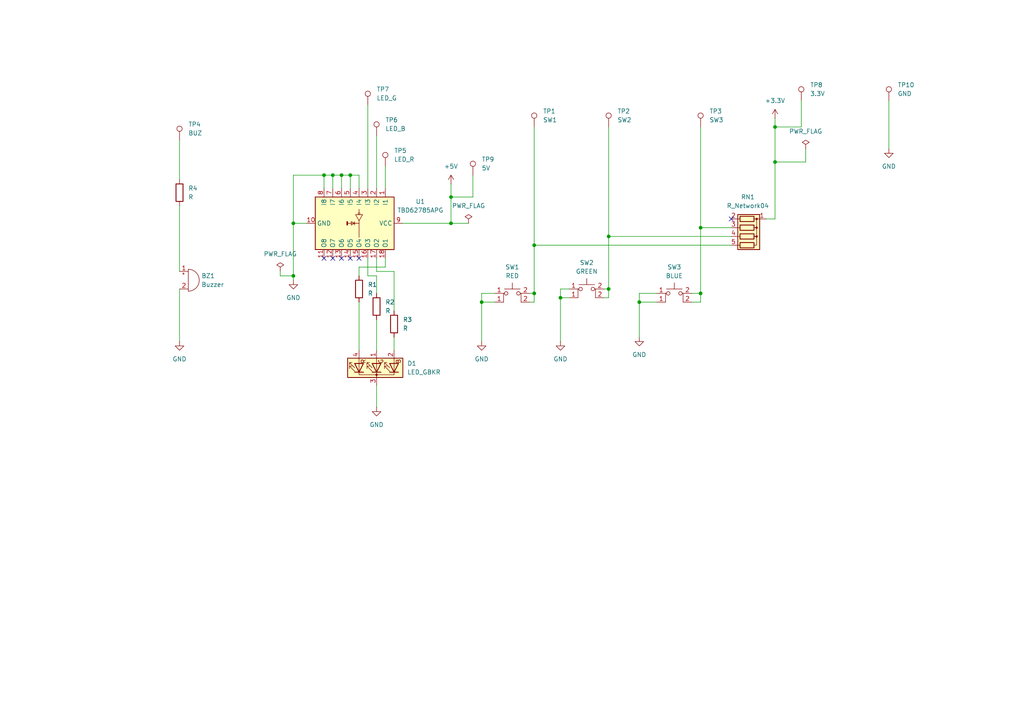
<source format=kicad_sch>
(kicad_sch
	(version 20231120)
	(generator "eeschema")
	(generator_version "8.0")
	(uuid "94b7c8f7-0441-41ec-bcfd-958258e596a2")
	(paper "A4")
	(lib_symbols
		(symbol "Connector:TestPoint"
			(pin_numbers hide)
			(pin_names
				(offset 0.762) hide)
			(exclude_from_sim no)
			(in_bom yes)
			(on_board yes)
			(property "Reference" "TP"
				(at 0 6.858 0)
				(effects
					(font
						(size 1.27 1.27)
					)
				)
			)
			(property "Value" "TestPoint"
				(at 0 5.08 0)
				(effects
					(font
						(size 1.27 1.27)
					)
				)
			)
			(property "Footprint" ""
				(at 5.08 0 0)
				(effects
					(font
						(size 1.27 1.27)
					)
					(hide yes)
				)
			)
			(property "Datasheet" "~"
				(at 5.08 0 0)
				(effects
					(font
						(size 1.27 1.27)
					)
					(hide yes)
				)
			)
			(property "Description" "test point"
				(at 0 0 0)
				(effects
					(font
						(size 1.27 1.27)
					)
					(hide yes)
				)
			)
			(property "ki_keywords" "test point tp"
				(at 0 0 0)
				(effects
					(font
						(size 1.27 1.27)
					)
					(hide yes)
				)
			)
			(property "ki_fp_filters" "Pin* Test*"
				(at 0 0 0)
				(effects
					(font
						(size 1.27 1.27)
					)
					(hide yes)
				)
			)
			(symbol "TestPoint_0_1"
				(circle
					(center 0 3.302)
					(radius 0.762)
					(stroke
						(width 0)
						(type default)
					)
					(fill
						(type none)
					)
				)
			)
			(symbol "TestPoint_1_1"
				(pin passive line
					(at 0 0 90)
					(length 2.54)
					(name "1"
						(effects
							(font
								(size 1.27 1.27)
							)
						)
					)
					(number "1"
						(effects
							(font
								(size 1.27 1.27)
							)
						)
					)
				)
			)
		)
		(symbol "Device:Buzzer"
			(pin_names
				(offset 0.0254) hide)
			(exclude_from_sim no)
			(in_bom yes)
			(on_board yes)
			(property "Reference" "BZ"
				(at 3.81 1.27 0)
				(effects
					(font
						(size 1.27 1.27)
					)
					(justify left)
				)
			)
			(property "Value" "Buzzer"
				(at 3.81 -1.27 0)
				(effects
					(font
						(size 1.27 1.27)
					)
					(justify left)
				)
			)
			(property "Footprint" ""
				(at -0.635 2.54 90)
				(effects
					(font
						(size 1.27 1.27)
					)
					(hide yes)
				)
			)
			(property "Datasheet" "~"
				(at -0.635 2.54 90)
				(effects
					(font
						(size 1.27 1.27)
					)
					(hide yes)
				)
			)
			(property "Description" "Buzzer, polarized"
				(at 0 0 0)
				(effects
					(font
						(size 1.27 1.27)
					)
					(hide yes)
				)
			)
			(property "ki_keywords" "quartz resonator ceramic"
				(at 0 0 0)
				(effects
					(font
						(size 1.27 1.27)
					)
					(hide yes)
				)
			)
			(property "ki_fp_filters" "*Buzzer*"
				(at 0 0 0)
				(effects
					(font
						(size 1.27 1.27)
					)
					(hide yes)
				)
			)
			(symbol "Buzzer_0_1"
				(arc
					(start 0 -3.175)
					(mid 3.1612 0)
					(end 0 3.175)
					(stroke
						(width 0)
						(type default)
					)
					(fill
						(type none)
					)
				)
				(polyline
					(pts
						(xy -1.651 1.905) (xy -1.143 1.905)
					)
					(stroke
						(width 0)
						(type default)
					)
					(fill
						(type none)
					)
				)
				(polyline
					(pts
						(xy -1.397 2.159) (xy -1.397 1.651)
					)
					(stroke
						(width 0)
						(type default)
					)
					(fill
						(type none)
					)
				)
				(polyline
					(pts
						(xy 0 3.175) (xy 0 -3.175)
					)
					(stroke
						(width 0)
						(type default)
					)
					(fill
						(type none)
					)
				)
			)
			(symbol "Buzzer_1_1"
				(pin passive line
					(at -2.54 2.54 0)
					(length 2.54)
					(name "+"
						(effects
							(font
								(size 1.27 1.27)
							)
						)
					)
					(number "1"
						(effects
							(font
								(size 1.27 1.27)
							)
						)
					)
				)
				(pin passive line
					(at -2.54 -2.54 0)
					(length 2.54)
					(name "-"
						(effects
							(font
								(size 1.27 1.27)
							)
						)
					)
					(number "2"
						(effects
							(font
								(size 1.27 1.27)
							)
						)
					)
				)
			)
		)
		(symbol "Device:LED_GBKR"
			(pin_names
				(offset 0) hide)
			(exclude_from_sim no)
			(in_bom yes)
			(on_board yes)
			(property "Reference" "D"
				(at 0 9.398 0)
				(effects
					(font
						(size 1.27 1.27)
					)
				)
			)
			(property "Value" "LED_GBKR"
				(at 0 -8.89 0)
				(effects
					(font
						(size 1.27 1.27)
					)
				)
			)
			(property "Footprint" ""
				(at 0 -1.27 0)
				(effects
					(font
						(size 1.27 1.27)
					)
					(hide yes)
				)
			)
			(property "Datasheet" "~"
				(at 0 -1.27 0)
				(effects
					(font
						(size 1.27 1.27)
					)
					(hide yes)
				)
			)
			(property "Description" "RGB LED, green/blue/cathode/red"
				(at 0 0 0)
				(effects
					(font
						(size 1.27 1.27)
					)
					(hide yes)
				)
			)
			(property "ki_keywords" "LED RGB diode"
				(at 0 0 0)
				(effects
					(font
						(size 1.27 1.27)
					)
					(hide yes)
				)
			)
			(property "ki_fp_filters" "LED* LED_SMD:* LED_THT:*"
				(at 0 0 0)
				(effects
					(font
						(size 1.27 1.27)
					)
					(hide yes)
				)
			)
			(symbol "LED_GBKR_0_0"
				(text "B"
					(at 1.905 -6.35 0)
					(effects
						(font
							(size 1.27 1.27)
						)
					)
				)
				(text "G"
					(at 1.905 -1.27 0)
					(effects
						(font
							(size 1.27 1.27)
						)
					)
				)
				(text "R"
					(at 1.905 3.81 0)
					(effects
						(font
							(size 1.27 1.27)
						)
					)
				)
			)
			(symbol "LED_GBKR_0_1"
				(circle
					(center -2.032 0)
					(radius 0.254)
					(stroke
						(width 0)
						(type default)
					)
					(fill
						(type outline)
					)
				)
				(polyline
					(pts
						(xy -1.27 -5.08) (xy 1.27 -5.08)
					)
					(stroke
						(width 0)
						(type default)
					)
					(fill
						(type none)
					)
				)
				(polyline
					(pts
						(xy -1.27 -3.81) (xy -1.27 -6.35)
					)
					(stroke
						(width 0.254)
						(type default)
					)
					(fill
						(type none)
					)
				)
				(polyline
					(pts
						(xy -1.27 0) (xy -2.54 0)
					)
					(stroke
						(width 0)
						(type default)
					)
					(fill
						(type none)
					)
				)
				(polyline
					(pts
						(xy -1.27 1.27) (xy -1.27 -1.27)
					)
					(stroke
						(width 0.254)
						(type default)
					)
					(fill
						(type none)
					)
				)
				(polyline
					(pts
						(xy -1.27 5.08) (xy 1.27 5.08)
					)
					(stroke
						(width 0)
						(type default)
					)
					(fill
						(type none)
					)
				)
				(polyline
					(pts
						(xy -1.27 6.35) (xy -1.27 3.81)
					)
					(stroke
						(width 0.254)
						(type default)
					)
					(fill
						(type none)
					)
				)
				(polyline
					(pts
						(xy 1.27 -5.08) (xy 2.54 -5.08)
					)
					(stroke
						(width 0)
						(type default)
					)
					(fill
						(type none)
					)
				)
				(polyline
					(pts
						(xy 1.27 0) (xy -1.27 0)
					)
					(stroke
						(width 0)
						(type default)
					)
					(fill
						(type none)
					)
				)
				(polyline
					(pts
						(xy 1.27 0) (xy 2.54 0)
					)
					(stroke
						(width 0)
						(type default)
					)
					(fill
						(type none)
					)
				)
				(polyline
					(pts
						(xy 1.27 5.08) (xy 2.54 5.08)
					)
					(stroke
						(width 0)
						(type default)
					)
					(fill
						(type none)
					)
				)
				(polyline
					(pts
						(xy -1.27 1.27) (xy -1.27 -1.27) (xy -1.27 -1.27)
					)
					(stroke
						(width 0)
						(type default)
					)
					(fill
						(type none)
					)
				)
				(polyline
					(pts
						(xy -1.27 6.35) (xy -1.27 3.81) (xy -1.27 3.81)
					)
					(stroke
						(width 0)
						(type default)
					)
					(fill
						(type none)
					)
				)
				(polyline
					(pts
						(xy -1.27 5.08) (xy -2.032 5.08) (xy -2.032 -5.08) (xy -1.016 -5.08)
					)
					(stroke
						(width 0)
						(type default)
					)
					(fill
						(type none)
					)
				)
				(polyline
					(pts
						(xy 1.27 -3.81) (xy 1.27 -6.35) (xy -1.27 -5.08) (xy 1.27 -3.81)
					)
					(stroke
						(width 0.254)
						(type default)
					)
					(fill
						(type none)
					)
				)
				(polyline
					(pts
						(xy 1.27 1.27) (xy 1.27 -1.27) (xy -1.27 0) (xy 1.27 1.27)
					)
					(stroke
						(width 0.254)
						(type default)
					)
					(fill
						(type none)
					)
				)
				(polyline
					(pts
						(xy 1.27 6.35) (xy 1.27 3.81) (xy -1.27 5.08) (xy 1.27 6.35)
					)
					(stroke
						(width 0.254)
						(type default)
					)
					(fill
						(type none)
					)
				)
				(polyline
					(pts
						(xy -1.016 -3.81) (xy 0.508 -2.286) (xy -0.254 -2.286) (xy 0.508 -2.286) (xy 0.508 -3.048)
					)
					(stroke
						(width 0)
						(type default)
					)
					(fill
						(type none)
					)
				)
				(polyline
					(pts
						(xy -1.016 1.27) (xy 0.508 2.794) (xy -0.254 2.794) (xy 0.508 2.794) (xy 0.508 2.032)
					)
					(stroke
						(width 0)
						(type default)
					)
					(fill
						(type none)
					)
				)
				(polyline
					(pts
						(xy -1.016 6.35) (xy 0.508 7.874) (xy -0.254 7.874) (xy 0.508 7.874) (xy 0.508 7.112)
					)
					(stroke
						(width 0)
						(type default)
					)
					(fill
						(type none)
					)
				)
				(polyline
					(pts
						(xy 0 -3.81) (xy 1.524 -2.286) (xy 0.762 -2.286) (xy 1.524 -2.286) (xy 1.524 -3.048)
					)
					(stroke
						(width 0)
						(type default)
					)
					(fill
						(type none)
					)
				)
				(polyline
					(pts
						(xy 0 1.27) (xy 1.524 2.794) (xy 0.762 2.794) (xy 1.524 2.794) (xy 1.524 2.032)
					)
					(stroke
						(width 0)
						(type default)
					)
					(fill
						(type none)
					)
				)
				(polyline
					(pts
						(xy 0 6.35) (xy 1.524 7.874) (xy 0.762 7.874) (xy 1.524 7.874) (xy 1.524 7.112)
					)
					(stroke
						(width 0)
						(type default)
					)
					(fill
						(type none)
					)
				)
				(rectangle
					(start 1.27 -1.27)
					(end 1.27 1.27)
					(stroke
						(width 0)
						(type default)
					)
					(fill
						(type none)
					)
				)
				(rectangle
					(start 1.27 1.27)
					(end 1.27 1.27)
					(stroke
						(width 0)
						(type default)
					)
					(fill
						(type none)
					)
				)
				(rectangle
					(start 1.27 3.81)
					(end 1.27 6.35)
					(stroke
						(width 0)
						(type default)
					)
					(fill
						(type none)
					)
				)
				(rectangle
					(start 1.27 6.35)
					(end 1.27 6.35)
					(stroke
						(width 0)
						(type default)
					)
					(fill
						(type none)
					)
				)
				(rectangle
					(start 2.794 8.382)
					(end -2.794 -7.62)
					(stroke
						(width 0.254)
						(type default)
					)
					(fill
						(type background)
					)
				)
			)
			(symbol "LED_GBKR_1_1"
				(pin passive line
					(at 5.08 0 180)
					(length 2.54)
					(name "GA"
						(effects
							(font
								(size 1.27 1.27)
							)
						)
					)
					(number "1"
						(effects
							(font
								(size 1.27 1.27)
							)
						)
					)
				)
				(pin passive line
					(at 5.08 -5.08 180)
					(length 2.54)
					(name "BA"
						(effects
							(font
								(size 1.27 1.27)
							)
						)
					)
					(number "2"
						(effects
							(font
								(size 1.27 1.27)
							)
						)
					)
				)
				(pin passive line
					(at -5.08 0 0)
					(length 2.54)
					(name "K"
						(effects
							(font
								(size 1.27 1.27)
							)
						)
					)
					(number "3"
						(effects
							(font
								(size 1.27 1.27)
							)
						)
					)
				)
				(pin passive line
					(at 5.08 5.08 180)
					(length 2.54)
					(name "RA"
						(effects
							(font
								(size 1.27 1.27)
							)
						)
					)
					(number "4"
						(effects
							(font
								(size 1.27 1.27)
							)
						)
					)
				)
			)
		)
		(symbol "Device:R"
			(pin_numbers hide)
			(pin_names
				(offset 0)
			)
			(exclude_from_sim no)
			(in_bom yes)
			(on_board yes)
			(property "Reference" "R"
				(at 2.032 0 90)
				(effects
					(font
						(size 1.27 1.27)
					)
				)
			)
			(property "Value" "R"
				(at 0 0 90)
				(effects
					(font
						(size 1.27 1.27)
					)
				)
			)
			(property "Footprint" ""
				(at -1.778 0 90)
				(effects
					(font
						(size 1.27 1.27)
					)
					(hide yes)
				)
			)
			(property "Datasheet" "~"
				(at 0 0 0)
				(effects
					(font
						(size 1.27 1.27)
					)
					(hide yes)
				)
			)
			(property "Description" "Resistor"
				(at 0 0 0)
				(effects
					(font
						(size 1.27 1.27)
					)
					(hide yes)
				)
			)
			(property "ki_keywords" "R res resistor"
				(at 0 0 0)
				(effects
					(font
						(size 1.27 1.27)
					)
					(hide yes)
				)
			)
			(property "ki_fp_filters" "R_*"
				(at 0 0 0)
				(effects
					(font
						(size 1.27 1.27)
					)
					(hide yes)
				)
			)
			(symbol "R_0_1"
				(rectangle
					(start -1.016 -2.54)
					(end 1.016 2.54)
					(stroke
						(width 0.254)
						(type default)
					)
					(fill
						(type none)
					)
				)
			)
			(symbol "R_1_1"
				(pin passive line
					(at 0 3.81 270)
					(length 1.27)
					(name "~"
						(effects
							(font
								(size 1.27 1.27)
							)
						)
					)
					(number "1"
						(effects
							(font
								(size 1.27 1.27)
							)
						)
					)
				)
				(pin passive line
					(at 0 -3.81 90)
					(length 1.27)
					(name "~"
						(effects
							(font
								(size 1.27 1.27)
							)
						)
					)
					(number "2"
						(effects
							(font
								(size 1.27 1.27)
							)
						)
					)
				)
			)
		)
		(symbol "Device:R_Network04"
			(pin_names
				(offset 0) hide)
			(exclude_from_sim no)
			(in_bom yes)
			(on_board yes)
			(property "Reference" "RN"
				(at -7.62 0 90)
				(effects
					(font
						(size 1.27 1.27)
					)
				)
			)
			(property "Value" "R_Network04"
				(at 5.08 0 90)
				(effects
					(font
						(size 1.27 1.27)
					)
				)
			)
			(property "Footprint" "Resistor_THT:R_Array_SIP5"
				(at 6.985 0 90)
				(effects
					(font
						(size 1.27 1.27)
					)
					(hide yes)
				)
			)
			(property "Datasheet" "http://www.vishay.com/docs/31509/csc.pdf"
				(at 0 0 0)
				(effects
					(font
						(size 1.27 1.27)
					)
					(hide yes)
				)
			)
			(property "Description" "4 resistor network, star topology, bussed resistors, small symbol"
				(at 0 0 0)
				(effects
					(font
						(size 1.27 1.27)
					)
					(hide yes)
				)
			)
			(property "ki_keywords" "R network star-topology"
				(at 0 0 0)
				(effects
					(font
						(size 1.27 1.27)
					)
					(hide yes)
				)
			)
			(property "ki_fp_filters" "R?Array?SIP*"
				(at 0 0 0)
				(effects
					(font
						(size 1.27 1.27)
					)
					(hide yes)
				)
			)
			(symbol "R_Network04_0_1"
				(rectangle
					(start -6.35 -3.175)
					(end 3.81 3.175)
					(stroke
						(width 0.254)
						(type default)
					)
					(fill
						(type background)
					)
				)
				(rectangle
					(start -5.842 1.524)
					(end -4.318 -2.54)
					(stroke
						(width 0.254)
						(type default)
					)
					(fill
						(type none)
					)
				)
				(circle
					(center -5.08 2.286)
					(radius 0.254)
					(stroke
						(width 0)
						(type default)
					)
					(fill
						(type outline)
					)
				)
				(rectangle
					(start -3.302 1.524)
					(end -1.778 -2.54)
					(stroke
						(width 0.254)
						(type default)
					)
					(fill
						(type none)
					)
				)
				(circle
					(center -2.54 2.286)
					(radius 0.254)
					(stroke
						(width 0)
						(type default)
					)
					(fill
						(type outline)
					)
				)
				(rectangle
					(start -0.762 1.524)
					(end 0.762 -2.54)
					(stroke
						(width 0.254)
						(type default)
					)
					(fill
						(type none)
					)
				)
				(polyline
					(pts
						(xy -5.08 -2.54) (xy -5.08 -3.81)
					)
					(stroke
						(width 0)
						(type default)
					)
					(fill
						(type none)
					)
				)
				(polyline
					(pts
						(xy -2.54 -2.54) (xy -2.54 -3.81)
					)
					(stroke
						(width 0)
						(type default)
					)
					(fill
						(type none)
					)
				)
				(polyline
					(pts
						(xy 0 -2.54) (xy 0 -3.81)
					)
					(stroke
						(width 0)
						(type default)
					)
					(fill
						(type none)
					)
				)
				(polyline
					(pts
						(xy 2.54 -2.54) (xy 2.54 -3.81)
					)
					(stroke
						(width 0)
						(type default)
					)
					(fill
						(type none)
					)
				)
				(polyline
					(pts
						(xy -5.08 1.524) (xy -5.08 2.286) (xy -2.54 2.286) (xy -2.54 1.524)
					)
					(stroke
						(width 0)
						(type default)
					)
					(fill
						(type none)
					)
				)
				(polyline
					(pts
						(xy -2.54 1.524) (xy -2.54 2.286) (xy 0 2.286) (xy 0 1.524)
					)
					(stroke
						(width 0)
						(type default)
					)
					(fill
						(type none)
					)
				)
				(polyline
					(pts
						(xy 0 1.524) (xy 0 2.286) (xy 2.54 2.286) (xy 2.54 1.524)
					)
					(stroke
						(width 0)
						(type default)
					)
					(fill
						(type none)
					)
				)
				(circle
					(center 0 2.286)
					(radius 0.254)
					(stroke
						(width 0)
						(type default)
					)
					(fill
						(type outline)
					)
				)
				(rectangle
					(start 1.778 1.524)
					(end 3.302 -2.54)
					(stroke
						(width 0.254)
						(type default)
					)
					(fill
						(type none)
					)
				)
			)
			(symbol "R_Network04_1_1"
				(pin passive line
					(at -5.08 5.08 270)
					(length 2.54)
					(name "common"
						(effects
							(font
								(size 1.27 1.27)
							)
						)
					)
					(number "1"
						(effects
							(font
								(size 1.27 1.27)
							)
						)
					)
				)
				(pin passive line
					(at -5.08 -5.08 90)
					(length 1.27)
					(name "R1"
						(effects
							(font
								(size 1.27 1.27)
							)
						)
					)
					(number "2"
						(effects
							(font
								(size 1.27 1.27)
							)
						)
					)
				)
				(pin passive line
					(at -2.54 -5.08 90)
					(length 1.27)
					(name "R2"
						(effects
							(font
								(size 1.27 1.27)
							)
						)
					)
					(number "3"
						(effects
							(font
								(size 1.27 1.27)
							)
						)
					)
				)
				(pin passive line
					(at 0 -5.08 90)
					(length 1.27)
					(name "R3"
						(effects
							(font
								(size 1.27 1.27)
							)
						)
					)
					(number "4"
						(effects
							(font
								(size 1.27 1.27)
							)
						)
					)
				)
				(pin passive line
					(at 2.54 -5.08 90)
					(length 1.27)
					(name "R4"
						(effects
							(font
								(size 1.27 1.27)
							)
						)
					)
					(number "5"
						(effects
							(font
								(size 1.27 1.27)
							)
						)
					)
				)
			)
		)
		(symbol "SW_MEC_5E_1"
			(pin_names
				(offset 1.016) hide)
			(exclude_from_sim no)
			(in_bom yes)
			(on_board yes)
			(property "Reference" "SW1"
				(at 0 10.16 0)
				(effects
					(font
						(size 1.27 1.27)
					)
				)
			)
			(property "Value" "RED"
				(at 0 7.62 0)
				(effects
					(font
						(size 1.27 1.27)
					)
				)
			)
			(property "Footprint" "Button_Switch_THT:SW_PUSH_6mm_H7.3mm"
				(at 0 7.62 0)
				(effects
					(font
						(size 1.27 1.27)
					)
					(hide yes)
				)
			)
			(property "Datasheet" "http://www.apem.com/int/index.php?controller=attachment&id_attachment=1371"
				(at 0 7.62 0)
				(effects
					(font
						(size 1.27 1.27)
					)
					(hide yes)
				)
			)
			(property "Description" "MEC 5E single pole normally-open tactile switch"
				(at 0 0 0)
				(effects
					(font
						(size 1.27 1.27)
					)
					(hide yes)
				)
			)
			(property "ki_keywords" "switch normally-open pushbutton push-button"
				(at 0 0 0)
				(effects
					(font
						(size 1.27 1.27)
					)
					(hide yes)
				)
			)
			(property "ki_fp_filters" "SW*MEC*5G*"
				(at 0 0 0)
				(effects
					(font
						(size 1.27 1.27)
					)
					(hide yes)
				)
			)
			(symbol "SW_MEC_5E_1_0_1"
				(circle
					(center -1.778 2.54)
					(radius 0.508)
					(stroke
						(width 0)
						(type default)
					)
					(fill
						(type none)
					)
				)
				(polyline
					(pts
						(xy -2.286 3.81) (xy 2.286 3.81)
					)
					(stroke
						(width 0)
						(type default)
					)
					(fill
						(type none)
					)
				)
				(polyline
					(pts
						(xy 0 3.81) (xy 0 5.588)
					)
					(stroke
						(width 0)
						(type default)
					)
					(fill
						(type none)
					)
				)
				(polyline
					(pts
						(xy -2.54 0) (xy -2.54 2.54) (xy -2.286 2.54)
					)
					(stroke
						(width 0)
						(type default)
					)
					(fill
						(type none)
					)
				)
				(polyline
					(pts
						(xy 2.54 0) (xy 2.54 2.54) (xy 2.286 2.54)
					)
					(stroke
						(width 0)
						(type default)
					)
					(fill
						(type none)
					)
				)
				(circle
					(center 1.778 2.54)
					(radius 0.508)
					(stroke
						(width 0)
						(type default)
					)
					(fill
						(type none)
					)
				)
				(pin passive line
					(at -5.08 2.54 0)
					(length 2.54)
					(name "1"
						(effects
							(font
								(size 1.27 1.27)
							)
						)
					)
					(number "1"
						(effects
							(font
								(size 1.27 1.27)
							)
						)
					)
				)
			)
			(symbol "SW_MEC_5E_1_1_1"
				(pin passive line
					(at -5.08 0 0)
					(length 2.54)
					(name "1"
						(effects
							(font
								(size 1.27 1.27)
							)
						)
					)
					(number "1"
						(effects
							(font
								(size 1.27 1.27)
							)
						)
					)
				)
				(pin passive line
					(at 5.08 2.54 180)
					(length 2.54)
					(name "2"
						(effects
							(font
								(size 1.27 1.27)
							)
						)
					)
					(number "2"
						(effects
							(font
								(size 1.27 1.27)
							)
						)
					)
				)
				(pin passive line
					(at 5.08 0 180)
					(length 2.54)
					(name "K"
						(effects
							(font
								(size 1.27 1.27)
							)
						)
					)
					(number "2"
						(effects
							(font
								(size 1.27 1.27)
							)
						)
					)
				)
			)
		)
		(symbol "SW_MEC_5E_2"
			(pin_names
				(offset 1.016) hide)
			(exclude_from_sim no)
			(in_bom yes)
			(on_board yes)
			(property "Reference" "SW2"
				(at 0 10.16 0)
				(effects
					(font
						(size 1.27 1.27)
					)
				)
			)
			(property "Value" "GREEN"
				(at 0 7.62 0)
				(effects
					(font
						(size 1.27 1.27)
					)
				)
			)
			(property "Footprint" "Button_Switch_THT:SW_PUSH_6mm_H7.3mm"
				(at 0 7.62 0)
				(effects
					(font
						(size 1.27 1.27)
					)
					(hide yes)
				)
			)
			(property "Datasheet" "http://www.apem.com/int/index.php?controller=attachment&id_attachment=1371"
				(at 0 7.62 0)
				(effects
					(font
						(size 1.27 1.27)
					)
					(hide yes)
				)
			)
			(property "Description" "MEC 5E single pole normally-open tactile switch"
				(at 0 0 0)
				(effects
					(font
						(size 1.27 1.27)
					)
					(hide yes)
				)
			)
			(property "ki_keywords" "switch normally-open pushbutton push-button"
				(at 0 0 0)
				(effects
					(font
						(size 1.27 1.27)
					)
					(hide yes)
				)
			)
			(property "ki_fp_filters" "SW*MEC*5G*"
				(at 0 0 0)
				(effects
					(font
						(size 1.27 1.27)
					)
					(hide yes)
				)
			)
			(symbol "SW_MEC_5E_2_0_1"
				(circle
					(center -1.778 2.54)
					(radius 0.508)
					(stroke
						(width 0)
						(type default)
					)
					(fill
						(type none)
					)
				)
				(polyline
					(pts
						(xy -2.286 3.81) (xy 2.286 3.81)
					)
					(stroke
						(width 0)
						(type default)
					)
					(fill
						(type none)
					)
				)
				(polyline
					(pts
						(xy 0 3.81) (xy 0 5.588)
					)
					(stroke
						(width 0)
						(type default)
					)
					(fill
						(type none)
					)
				)
				(polyline
					(pts
						(xy -2.54 0) (xy -2.54 2.54) (xy -2.286 2.54)
					)
					(stroke
						(width 0)
						(type default)
					)
					(fill
						(type none)
					)
				)
				(polyline
					(pts
						(xy 2.54 0) (xy 2.54 2.54) (xy 2.286 2.54)
					)
					(stroke
						(width 0)
						(type default)
					)
					(fill
						(type none)
					)
				)
				(circle
					(center 1.778 2.54)
					(radius 0.508)
					(stroke
						(width 0)
						(type default)
					)
					(fill
						(type none)
					)
				)
				(pin passive line
					(at -5.08 2.54 0)
					(length 2.54)
					(name "1"
						(effects
							(font
								(size 1.27 1.27)
							)
						)
					)
					(number "1"
						(effects
							(font
								(size 1.27 1.27)
							)
						)
					)
				)
			)
			(symbol "SW_MEC_5E_2_1_1"
				(pin passive line
					(at -5.08 0 0)
					(length 2.54)
					(name "1"
						(effects
							(font
								(size 1.27 1.27)
							)
						)
					)
					(number "1"
						(effects
							(font
								(size 1.27 1.27)
							)
						)
					)
				)
				(pin passive line
					(at 5.08 2.54 180)
					(length 2.54)
					(name "2"
						(effects
							(font
								(size 1.27 1.27)
							)
						)
					)
					(number "2"
						(effects
							(font
								(size 1.27 1.27)
							)
						)
					)
				)
				(pin passive line
					(at 5.08 0 180)
					(length 2.54)
					(name "K"
						(effects
							(font
								(size 1.27 1.27)
							)
						)
					)
					(number "2"
						(effects
							(font
								(size 1.27 1.27)
							)
						)
					)
				)
			)
		)
		(symbol "Switch:SW_MEC_5E"
			(pin_names
				(offset 1.016) hide)
			(exclude_from_sim no)
			(in_bom yes)
			(on_board yes)
			(property "Reference" "SW3"
				(at 0 10.16 0)
				(effects
					(font
						(size 1.27 1.27)
					)
				)
			)
			(property "Value" "BLUE"
				(at 0 7.62 0)
				(effects
					(font
						(size 1.27 1.27)
					)
				)
			)
			(property "Footprint" "Button_Switch_THT:SW_PUSH_6mm_H7.3mm"
				(at 0 7.62 0)
				(effects
					(font
						(size 1.27 1.27)
					)
					(hide yes)
				)
			)
			(property "Datasheet" "http://www.apem.com/int/index.php?controller=attachment&id_attachment=1371"
				(at 0 7.62 0)
				(effects
					(font
						(size 1.27 1.27)
					)
					(hide yes)
				)
			)
			(property "Description" "MEC 5E single pole normally-open tactile switch"
				(at 0 0 0)
				(effects
					(font
						(size 1.27 1.27)
					)
					(hide yes)
				)
			)
			(property "ki_keywords" "switch normally-open pushbutton push-button"
				(at 0 0 0)
				(effects
					(font
						(size 1.27 1.27)
					)
					(hide yes)
				)
			)
			(property "ki_fp_filters" "SW*MEC*5G*"
				(at 0 0 0)
				(effects
					(font
						(size 1.27 1.27)
					)
					(hide yes)
				)
			)
			(symbol "SW_MEC_5E_0_1"
				(circle
					(center -1.778 2.54)
					(radius 0.508)
					(stroke
						(width 0)
						(type default)
					)
					(fill
						(type none)
					)
				)
				(polyline
					(pts
						(xy -2.286 3.81) (xy 2.286 3.81)
					)
					(stroke
						(width 0)
						(type default)
					)
					(fill
						(type none)
					)
				)
				(polyline
					(pts
						(xy 0 3.81) (xy 0 5.588)
					)
					(stroke
						(width 0)
						(type default)
					)
					(fill
						(type none)
					)
				)
				(polyline
					(pts
						(xy -2.54 0) (xy -2.54 2.54) (xy -2.286 2.54)
					)
					(stroke
						(width 0)
						(type default)
					)
					(fill
						(type none)
					)
				)
				(polyline
					(pts
						(xy 2.54 0) (xy 2.54 2.54) (xy 2.286 2.54)
					)
					(stroke
						(width 0)
						(type default)
					)
					(fill
						(type none)
					)
				)
				(circle
					(center 1.778 2.54)
					(radius 0.508)
					(stroke
						(width 0)
						(type default)
					)
					(fill
						(type none)
					)
				)
				(pin passive line
					(at -5.08 2.54 0)
					(length 2.54)
					(name "1"
						(effects
							(font
								(size 1.27 1.27)
							)
						)
					)
					(number "1"
						(effects
							(font
								(size 1.27 1.27)
							)
						)
					)
				)
			)
			(symbol "SW_MEC_5E_1_1"
				(pin passive line
					(at -5.08 0 0)
					(length 2.54)
					(name "1"
						(effects
							(font
								(size 1.27 1.27)
							)
						)
					)
					(number "1"
						(effects
							(font
								(size 1.27 1.27)
							)
						)
					)
				)
				(pin passive line
					(at 5.08 2.54 180)
					(length 2.54)
					(name "2"
						(effects
							(font
								(size 1.27 1.27)
							)
						)
					)
					(number "2"
						(effects
							(font
								(size 1.27 1.27)
							)
						)
					)
				)
				(pin passive line
					(at 5.08 0 180)
					(length 2.54)
					(name "K"
						(effects
							(font
								(size 1.27 1.27)
							)
						)
					)
					(number "2"
						(effects
							(font
								(size 1.27 1.27)
							)
						)
					)
				)
			)
		)
		(symbol "Transistor_Array:TBD62785APG"
			(exclude_from_sim no)
			(in_bom yes)
			(on_board yes)
			(property "Reference" "U"
				(at -7.62 11.43 0)
				(effects
					(font
						(size 1.27 1.27)
					)
					(justify left)
				)
			)
			(property "Value" "TBD62785APG"
				(at 8.128 11.43 0)
				(effects
					(font
						(size 1.27 1.27)
					)
				)
			)
			(property "Footprint" "Package_DIP:DIP-18_W7.62mm"
				(at 18.034 -14.224 0)
				(effects
					(font
						(size 1.27 1.27)
					)
					(hide yes)
				)
			)
			(property "Datasheet" "https://toshiba.semicon-storage.com/info/TBD62785APG_datasheet_en_20170530.pdf?did=58399&prodName=TBD62785APG"
				(at 63.881 -16.51 0)
				(effects
					(font
						(size 1.27 1.27)
					)
					(hide yes)
				)
			)
			(property "Description" "8-Channel Source Type Transistor Array, TTL and CMOS compatible, 500mA, 50V, DIP-18-18W"
				(at 0 0 0)
				(effects
					(font
						(size 1.27 1.27)
					)
					(hide yes)
				)
			)
			(property "ki_keywords" "relays solenoids lamps steppers servos LEDs"
				(at 0 0 0)
				(effects
					(font
						(size 1.27 1.27)
					)
					(hide yes)
				)
			)
			(property "ki_fp_filters" "DIP*W7.62mm*"
				(at 0 0 0)
				(effects
					(font
						(size 1.27 1.27)
					)
					(hide yes)
				)
			)
			(symbol "TBD62785APG_0_1"
				(rectangle
					(start -7.62 10.16)
					(end 7.62 -12.7)
					(stroke
						(width 0.254)
						(type default)
					)
					(fill
						(type background)
					)
				)
				(circle
					(center -2.794 0)
					(radius 0.254)
					(stroke
						(width 0)
						(type default)
					)
					(fill
						(type none)
					)
				)
				(rectangle
					(start -0.508 -3.302)
					(end 0.508 -3.556)
					(stroke
						(width 0)
						(type default)
					)
					(fill
						(type outline)
					)
				)
				(polyline
					(pts
						(xy -4.064 0) (xy -3.048 0)
					)
					(stroke
						(width 0)
						(type default)
					)
					(fill
						(type none)
					)
				)
				(polyline
					(pts
						(xy -1.778 -2.794) (xy -1.778 -2.794)
					)
					(stroke
						(width 0.254)
						(type default)
					)
					(fill
						(type none)
					)
				)
				(polyline
					(pts
						(xy -1.778 -2.032) (xy -1.778 -2.032)
					)
					(stroke
						(width 0.254)
						(type default)
					)
					(fill
						(type none)
					)
				)
				(polyline
					(pts
						(xy -1.778 -1.27) (xy -1.778 -1.27)
					)
					(stroke
						(width 0.254)
						(type default)
					)
					(fill
						(type none)
					)
				)
				(polyline
					(pts
						(xy -1.778 1.27) (xy -1.778 1.27)
					)
					(stroke
						(width 0.254)
						(type default)
					)
					(fill
						(type none)
					)
				)
				(polyline
					(pts
						(xy -1.778 2.032) (xy -1.778 2.032)
					)
					(stroke
						(width 0.254)
						(type default)
					)
					(fill
						(type none)
					)
				)
				(polyline
					(pts
						(xy -1.778 2.794) (xy -1.778 2.794)
					)
					(stroke
						(width 0.254)
						(type default)
					)
					(fill
						(type none)
					)
				)
				(polyline
					(pts
						(xy -0.762 0) (xy 4.064 0)
					)
					(stroke
						(width 0)
						(type default)
					)
					(fill
						(type none)
					)
				)
				(polyline
					(pts
						(xy -0.508 -1.27) (xy 0.508 -1.27)
					)
					(stroke
						(width 0)
						(type default)
					)
					(fill
						(type none)
					)
				)
				(polyline
					(pts
						(xy 0 0) (xy 0 -3.302)
					)
					(stroke
						(width 0)
						(type default)
					)
					(fill
						(type none)
					)
				)
				(polyline
					(pts
						(xy 0 0) (xy 0 0)
					)
					(stroke
						(width 0.508)
						(type default)
					)
					(fill
						(type none)
					)
				)
				(polyline
					(pts
						(xy 0 -1.27) (xy -0.508 -2.286) (xy 0.508 -2.286) (xy 0 -1.27)
					)
					(stroke
						(width 0)
						(type default)
					)
					(fill
						(type none)
					)
				)
				(polyline
					(pts
						(xy -2.54 0) (xy -2.54 0) (xy -2.54 1.016) (xy -0.762 0) (xy -2.54 -1.016) (xy -2.54 0)
					)
					(stroke
						(width 0)
						(type default)
					)
					(fill
						(type none)
					)
				)
			)
			(symbol "TBD62785APG_1_1"
				(pin input line
					(at -10.16 7.62 0)
					(length 2.54)
					(name "I1"
						(effects
							(font
								(size 1.27 1.27)
							)
						)
					)
					(number "1"
						(effects
							(font
								(size 1.27 1.27)
							)
						)
					)
				)
				(pin power_in line
					(at 0 -15.24 90)
					(length 2.54)
					(name "GND"
						(effects
							(font
								(size 1.27 1.27)
							)
						)
					)
					(number "10"
						(effects
							(font
								(size 1.27 1.27)
							)
						)
					)
				)
				(pin open_emitter line
					(at 10.16 -10.16 180)
					(length 2.54)
					(name "O8"
						(effects
							(font
								(size 1.27 1.27)
							)
						)
					)
					(number "11"
						(effects
							(font
								(size 1.27 1.27)
							)
						)
					)
				)
				(pin open_emitter line
					(at 10.16 -7.62 180)
					(length 2.54)
					(name "O7"
						(effects
							(font
								(size 1.27 1.27)
							)
						)
					)
					(number "12"
						(effects
							(font
								(size 1.27 1.27)
							)
						)
					)
				)
				(pin open_emitter line
					(at 10.16 -5.08 180)
					(length 2.54)
					(name "O6"
						(effects
							(font
								(size 1.27 1.27)
							)
						)
					)
					(number "13"
						(effects
							(font
								(size 1.27 1.27)
							)
						)
					)
				)
				(pin open_emitter line
					(at 10.16 -2.54 180)
					(length 2.54)
					(name "O5"
						(effects
							(font
								(size 1.27 1.27)
							)
						)
					)
					(number "14"
						(effects
							(font
								(size 1.27 1.27)
							)
						)
					)
				)
				(pin open_emitter line
					(at 10.16 0 180)
					(length 2.54)
					(name "O4"
						(effects
							(font
								(size 1.27 1.27)
							)
						)
					)
					(number "15"
						(effects
							(font
								(size 1.27 1.27)
							)
						)
					)
				)
				(pin open_emitter line
					(at 10.16 2.54 180)
					(length 2.54)
					(name "O3"
						(effects
							(font
								(size 1.27 1.27)
							)
						)
					)
					(number "16"
						(effects
							(font
								(size 1.27 1.27)
							)
						)
					)
				)
				(pin open_emitter line
					(at 10.16 5.08 180)
					(length 2.54)
					(name "O2"
						(effects
							(font
								(size 1.27 1.27)
							)
						)
					)
					(number "17"
						(effects
							(font
								(size 1.27 1.27)
							)
						)
					)
				)
				(pin open_emitter line
					(at 10.16 7.62 180)
					(length 2.54)
					(name "O1"
						(effects
							(font
								(size 1.27 1.27)
							)
						)
					)
					(number "18"
						(effects
							(font
								(size 1.27 1.27)
							)
						)
					)
				)
				(pin input line
					(at -10.16 5.08 0)
					(length 2.54)
					(name "I2"
						(effects
							(font
								(size 1.27 1.27)
							)
						)
					)
					(number "2"
						(effects
							(font
								(size 1.27 1.27)
							)
						)
					)
				)
				(pin input line
					(at -10.16 2.54 0)
					(length 2.54)
					(name "I3"
						(effects
							(font
								(size 1.27 1.27)
							)
						)
					)
					(number "3"
						(effects
							(font
								(size 1.27 1.27)
							)
						)
					)
				)
				(pin input line
					(at -10.16 0 0)
					(length 2.54)
					(name "I4"
						(effects
							(font
								(size 1.27 1.27)
							)
						)
					)
					(number "4"
						(effects
							(font
								(size 1.27 1.27)
							)
						)
					)
				)
				(pin input line
					(at -10.16 -2.54 0)
					(length 2.54)
					(name "I5"
						(effects
							(font
								(size 1.27 1.27)
							)
						)
					)
					(number "5"
						(effects
							(font
								(size 1.27 1.27)
							)
						)
					)
				)
				(pin input line
					(at -10.16 -5.08 0)
					(length 2.54)
					(name "I6"
						(effects
							(font
								(size 1.27 1.27)
							)
						)
					)
					(number "6"
						(effects
							(font
								(size 1.27 1.27)
							)
						)
					)
				)
				(pin input line
					(at -10.16 -7.62 0)
					(length 2.54)
					(name "I7"
						(effects
							(font
								(size 1.27 1.27)
							)
						)
					)
					(number "7"
						(effects
							(font
								(size 1.27 1.27)
							)
						)
					)
				)
				(pin input line
					(at -10.16 -10.16 0)
					(length 2.54)
					(name "I8"
						(effects
							(font
								(size 1.27 1.27)
							)
						)
					)
					(number "8"
						(effects
							(font
								(size 1.27 1.27)
							)
						)
					)
				)
				(pin power_in line
					(at 0 12.7 270)
					(length 2.54)
					(name "VCC"
						(effects
							(font
								(size 1.27 1.27)
							)
						)
					)
					(number "9"
						(effects
							(font
								(size 1.27 1.27)
							)
						)
					)
				)
			)
		)
		(symbol "power:+3.3V"
			(power)
			(pin_numbers hide)
			(pin_names
				(offset 0) hide)
			(exclude_from_sim no)
			(in_bom yes)
			(on_board yes)
			(property "Reference" "#PWR"
				(at 0 -3.81 0)
				(effects
					(font
						(size 1.27 1.27)
					)
					(hide yes)
				)
			)
			(property "Value" "+3.3V"
				(at 0 3.556 0)
				(effects
					(font
						(size 1.27 1.27)
					)
				)
			)
			(property "Footprint" ""
				(at 0 0 0)
				(effects
					(font
						(size 1.27 1.27)
					)
					(hide yes)
				)
			)
			(property "Datasheet" ""
				(at 0 0 0)
				(effects
					(font
						(size 1.27 1.27)
					)
					(hide yes)
				)
			)
			(property "Description" "Power symbol creates a global label with name \"+3.3V\""
				(at 0 0 0)
				(effects
					(font
						(size 1.27 1.27)
					)
					(hide yes)
				)
			)
			(property "ki_keywords" "global power"
				(at 0 0 0)
				(effects
					(font
						(size 1.27 1.27)
					)
					(hide yes)
				)
			)
			(symbol "+3.3V_0_1"
				(polyline
					(pts
						(xy -0.762 1.27) (xy 0 2.54)
					)
					(stroke
						(width 0)
						(type default)
					)
					(fill
						(type none)
					)
				)
				(polyline
					(pts
						(xy 0 0) (xy 0 2.54)
					)
					(stroke
						(width 0)
						(type default)
					)
					(fill
						(type none)
					)
				)
				(polyline
					(pts
						(xy 0 2.54) (xy 0.762 1.27)
					)
					(stroke
						(width 0)
						(type default)
					)
					(fill
						(type none)
					)
				)
			)
			(symbol "+3.3V_1_1"
				(pin power_in line
					(at 0 0 90)
					(length 0)
					(name "~"
						(effects
							(font
								(size 1.27 1.27)
							)
						)
					)
					(number "1"
						(effects
							(font
								(size 1.27 1.27)
							)
						)
					)
				)
			)
		)
		(symbol "power:+5V"
			(power)
			(pin_numbers hide)
			(pin_names
				(offset 0) hide)
			(exclude_from_sim no)
			(in_bom yes)
			(on_board yes)
			(property "Reference" "#PWR"
				(at 0 -3.81 0)
				(effects
					(font
						(size 1.27 1.27)
					)
					(hide yes)
				)
			)
			(property "Value" "+5V"
				(at 0 3.556 0)
				(effects
					(font
						(size 1.27 1.27)
					)
				)
			)
			(property "Footprint" ""
				(at 0 0 0)
				(effects
					(font
						(size 1.27 1.27)
					)
					(hide yes)
				)
			)
			(property "Datasheet" ""
				(at 0 0 0)
				(effects
					(font
						(size 1.27 1.27)
					)
					(hide yes)
				)
			)
			(property "Description" "Power symbol creates a global label with name \"+5V\""
				(at 0 0 0)
				(effects
					(font
						(size 1.27 1.27)
					)
					(hide yes)
				)
			)
			(property "ki_keywords" "global power"
				(at 0 0 0)
				(effects
					(font
						(size 1.27 1.27)
					)
					(hide yes)
				)
			)
			(symbol "+5V_0_1"
				(polyline
					(pts
						(xy -0.762 1.27) (xy 0 2.54)
					)
					(stroke
						(width 0)
						(type default)
					)
					(fill
						(type none)
					)
				)
				(polyline
					(pts
						(xy 0 0) (xy 0 2.54)
					)
					(stroke
						(width 0)
						(type default)
					)
					(fill
						(type none)
					)
				)
				(polyline
					(pts
						(xy 0 2.54) (xy 0.762 1.27)
					)
					(stroke
						(width 0)
						(type default)
					)
					(fill
						(type none)
					)
				)
			)
			(symbol "+5V_1_1"
				(pin power_in line
					(at 0 0 90)
					(length 0)
					(name "~"
						(effects
							(font
								(size 1.27 1.27)
							)
						)
					)
					(number "1"
						(effects
							(font
								(size 1.27 1.27)
							)
						)
					)
				)
			)
		)
		(symbol "power:GND"
			(power)
			(pin_numbers hide)
			(pin_names
				(offset 0) hide)
			(exclude_from_sim no)
			(in_bom yes)
			(on_board yes)
			(property "Reference" "#PWR"
				(at 0 -6.35 0)
				(effects
					(font
						(size 1.27 1.27)
					)
					(hide yes)
				)
			)
			(property "Value" "GND"
				(at 0 -3.81 0)
				(effects
					(font
						(size 1.27 1.27)
					)
				)
			)
			(property "Footprint" ""
				(at 0 0 0)
				(effects
					(font
						(size 1.27 1.27)
					)
					(hide yes)
				)
			)
			(property "Datasheet" ""
				(at 0 0 0)
				(effects
					(font
						(size 1.27 1.27)
					)
					(hide yes)
				)
			)
			(property "Description" "Power symbol creates a global label with name \"GND\" , ground"
				(at 0 0 0)
				(effects
					(font
						(size 1.27 1.27)
					)
					(hide yes)
				)
			)
			(property "ki_keywords" "global power"
				(at 0 0 0)
				(effects
					(font
						(size 1.27 1.27)
					)
					(hide yes)
				)
			)
			(symbol "GND_0_1"
				(polyline
					(pts
						(xy 0 0) (xy 0 -1.27) (xy 1.27 -1.27) (xy 0 -2.54) (xy -1.27 -1.27) (xy 0 -1.27)
					)
					(stroke
						(width 0)
						(type default)
					)
					(fill
						(type none)
					)
				)
			)
			(symbol "GND_1_1"
				(pin power_in line
					(at 0 0 270)
					(length 0)
					(name "~"
						(effects
							(font
								(size 1.27 1.27)
							)
						)
					)
					(number "1"
						(effects
							(font
								(size 1.27 1.27)
							)
						)
					)
				)
			)
		)
		(symbol "power:PWR_FLAG"
			(power)
			(pin_numbers hide)
			(pin_names
				(offset 0) hide)
			(exclude_from_sim no)
			(in_bom yes)
			(on_board yes)
			(property "Reference" "#FLG"
				(at 0 1.905 0)
				(effects
					(font
						(size 1.27 1.27)
					)
					(hide yes)
				)
			)
			(property "Value" "PWR_FLAG"
				(at 0 3.81 0)
				(effects
					(font
						(size 1.27 1.27)
					)
				)
			)
			(property "Footprint" ""
				(at 0 0 0)
				(effects
					(font
						(size 1.27 1.27)
					)
					(hide yes)
				)
			)
			(property "Datasheet" "~"
				(at 0 0 0)
				(effects
					(font
						(size 1.27 1.27)
					)
					(hide yes)
				)
			)
			(property "Description" "Special symbol for telling ERC where power comes from"
				(at 0 0 0)
				(effects
					(font
						(size 1.27 1.27)
					)
					(hide yes)
				)
			)
			(property "ki_keywords" "flag power"
				(at 0 0 0)
				(effects
					(font
						(size 1.27 1.27)
					)
					(hide yes)
				)
			)
			(symbol "PWR_FLAG_0_0"
				(pin power_out line
					(at 0 0 90)
					(length 0)
					(name "~"
						(effects
							(font
								(size 1.27 1.27)
							)
						)
					)
					(number "1"
						(effects
							(font
								(size 1.27 1.27)
							)
						)
					)
				)
			)
			(symbol "PWR_FLAG_0_1"
				(polyline
					(pts
						(xy 0 0) (xy 0 1.27) (xy -1.016 1.905) (xy 0 2.54) (xy 1.016 1.905) (xy 0 1.27)
					)
					(stroke
						(width 0)
						(type default)
					)
					(fill
						(type none)
					)
				)
			)
		)
	)
	(junction
		(at 85.09 80.01)
		(diameter 0)
		(color 0 0 0 0)
		(uuid "0acd6036-5728-4906-96e8-627bd9262221")
	)
	(junction
		(at 224.79 46.99)
		(diameter 0)
		(color 0 0 0 0)
		(uuid "2e82a9df-2e2d-4cf9-9c32-e5a68e3ec1ae")
	)
	(junction
		(at 154.94 85.09)
		(diameter 0)
		(color 0 0 0 0)
		(uuid "3ade374d-3942-4ea9-a9d3-98611865251f")
	)
	(junction
		(at 99.06 50.8)
		(diameter 0)
		(color 0 0 0 0)
		(uuid "42f790f4-23fb-4a90-acac-8f045052cf4d")
	)
	(junction
		(at 154.94 71.12)
		(diameter 0)
		(color 0 0 0 0)
		(uuid "5a929f87-5c85-4834-945d-f142b6711eb9")
	)
	(junction
		(at 101.6 50.8)
		(diameter 0)
		(color 0 0 0 0)
		(uuid "7270bd75-fca9-457a-af25-25dca47ed88b")
	)
	(junction
		(at 176.53 83.82)
		(diameter 0)
		(color 0 0 0 0)
		(uuid "a82f3f8a-f414-4467-a01f-de49e16655ce")
	)
	(junction
		(at 130.81 57.15)
		(diameter 0)
		(color 0 0 0 0)
		(uuid "b736487f-ba4f-4bd5-b7b2-999e7a095b4e")
	)
	(junction
		(at 203.2 85.09)
		(diameter 0)
		(color 0 0 0 0)
		(uuid "c966a1cd-63cf-4198-9315-8dce23aa9b0e")
	)
	(junction
		(at 185.42 87.63)
		(diameter 0)
		(color 0 0 0 0)
		(uuid "cc4fcd3b-0e01-4fa2-a5f3-eda5e5483d64")
	)
	(junction
		(at 139.7 87.63)
		(diameter 0)
		(color 0 0 0 0)
		(uuid "d091b598-5ee0-4c12-95e6-b8a62c29673a")
	)
	(junction
		(at 85.09 64.77)
		(diameter 0)
		(color 0 0 0 0)
		(uuid "d81bfa3d-fe88-4b58-a060-229aa1c1ed1d")
	)
	(junction
		(at 162.56 86.36)
		(diameter 0)
		(color 0 0 0 0)
		(uuid "dc72677b-735d-4da3-a2e1-6a6e232f1104")
	)
	(junction
		(at 224.79 36.83)
		(diameter 0)
		(color 0 0 0 0)
		(uuid "e3287c49-523e-495b-9f86-fea94b22d8bf")
	)
	(junction
		(at 93.98 50.8)
		(diameter 0)
		(color 0 0 0 0)
		(uuid "eaf92739-89fe-4502-93eb-212b97ef7b14")
	)
	(junction
		(at 176.53 68.58)
		(diameter 0)
		(color 0 0 0 0)
		(uuid "ee130e7d-9db7-40df-81a9-4564bf64d128")
	)
	(junction
		(at 96.52 50.8)
		(diameter 0)
		(color 0 0 0 0)
		(uuid "f0c791b2-2154-45f4-9564-a70d601581c2")
	)
	(junction
		(at 203.2 66.04)
		(diameter 0)
		(color 0 0 0 0)
		(uuid "f3735ce6-04ed-4915-a827-2ea0818f84d6")
	)
	(junction
		(at 130.81 64.77)
		(diameter 0)
		(color 0 0 0 0)
		(uuid "f59e8a17-5307-44cf-98b1-cfd88e60a34b")
	)
	(no_connect
		(at 101.6 74.93)
		(uuid "216ce764-e2a5-459f-ac2d-339292b69bb4")
	)
	(no_connect
		(at 104.14 74.93)
		(uuid "3a1468cd-31aa-4b63-9f59-64c840a3b395")
	)
	(no_connect
		(at 93.98 74.93)
		(uuid "4b9f481f-56db-4fe8-ab44-81aea7fbe9c8")
	)
	(no_connect
		(at 96.52 74.93)
		(uuid "70ad0fc4-13e3-4986-8aea-73a975586470")
	)
	(no_connect
		(at 99.06 74.93)
		(uuid "cea86a51-9e3e-4420-8fac-050c46b9d71f")
	)
	(no_connect
		(at 212.09 63.5)
		(uuid "de117d28-bd1e-43b6-919f-2fc99dae33c2")
	)
	(wire
		(pts
			(xy 85.09 64.77) (xy 85.09 80.01)
		)
		(stroke
			(width 0)
			(type default)
		)
		(uuid "07287140-7abd-4fa7-a69e-9ab85d620d6d")
	)
	(wire
		(pts
			(xy 130.81 64.77) (xy 135.89 64.77)
		)
		(stroke
			(width 0)
			(type default)
		)
		(uuid "08f7b05a-6fb4-4186-8f6a-f6bd067245f3")
	)
	(wire
		(pts
			(xy 111.76 77.47) (xy 104.14 77.47)
		)
		(stroke
			(width 0)
			(type default)
		)
		(uuid "0ce5f626-1bbe-4cd5-bc1a-259f77841e13")
	)
	(wire
		(pts
			(xy 176.53 68.58) (xy 212.09 68.58)
		)
		(stroke
			(width 0)
			(type default)
		)
		(uuid "0f38f18a-dd19-4662-82c4-ced66ba0bb0f")
	)
	(wire
		(pts
			(xy 88.9 64.77) (xy 85.09 64.77)
		)
		(stroke
			(width 0)
			(type default)
		)
		(uuid "1e2fa1b4-e7b0-4230-a382-c7ac1cf0f4b9")
	)
	(wire
		(pts
			(xy 203.2 85.09) (xy 200.66 85.09)
		)
		(stroke
			(width 0)
			(type default)
		)
		(uuid "1ef8f15e-3813-4a24-9a54-1e84eb887172")
	)
	(wire
		(pts
			(xy 165.1 86.36) (xy 162.56 86.36)
		)
		(stroke
			(width 0)
			(type default)
		)
		(uuid "20cd8ce7-12a7-4eb5-8d59-2842863c9de5")
	)
	(wire
		(pts
			(xy 175.26 83.82) (xy 176.53 83.82)
		)
		(stroke
			(width 0)
			(type default)
		)
		(uuid "268b8610-ada8-4e52-bc4b-ae8ff97772c0")
	)
	(wire
		(pts
			(xy 111.76 74.93) (xy 111.76 77.47)
		)
		(stroke
			(width 0)
			(type default)
		)
		(uuid "2753d7c1-c462-4e2d-9e49-362be1c6ea68")
	)
	(wire
		(pts
			(xy 176.53 68.58) (xy 176.53 36.83)
		)
		(stroke
			(width 0)
			(type default)
		)
		(uuid "2a52510b-471f-471b-8a3f-303316fd7a9a")
	)
	(wire
		(pts
			(xy 81.28 78.74) (xy 81.28 80.01)
		)
		(stroke
			(width 0)
			(type default)
		)
		(uuid "2b48476a-d58c-4607-9776-23053b273092")
	)
	(wire
		(pts
			(xy 106.68 30.48) (xy 106.68 54.61)
		)
		(stroke
			(width 0)
			(type default)
		)
		(uuid "2c4d668e-09bd-4474-ab2b-14812194d871")
	)
	(wire
		(pts
			(xy 96.52 50.8) (xy 96.52 54.61)
		)
		(stroke
			(width 0)
			(type default)
		)
		(uuid "2cf2122c-9d7a-4c23-a49c-695989f18e48")
	)
	(wire
		(pts
			(xy 139.7 85.09) (xy 143.51 85.09)
		)
		(stroke
			(width 0)
			(type default)
		)
		(uuid "2d101192-321e-45bb-b95f-0fb8e8cb7039")
	)
	(wire
		(pts
			(xy 200.66 87.63) (xy 203.2 87.63)
		)
		(stroke
			(width 0)
			(type default)
		)
		(uuid "302ba9a3-8d88-4817-a9aa-4086efc867ab")
	)
	(wire
		(pts
			(xy 175.26 86.36) (xy 176.53 86.36)
		)
		(stroke
			(width 0)
			(type default)
		)
		(uuid "3149dff0-8350-4d56-a3be-aba8e03ce12e")
	)
	(wire
		(pts
			(xy 203.2 87.63) (xy 203.2 85.09)
		)
		(stroke
			(width 0)
			(type default)
		)
		(uuid "31d7ddad-4465-48ab-a12d-9fbe36f7fa22")
	)
	(wire
		(pts
			(xy 130.81 57.15) (xy 130.81 53.34)
		)
		(stroke
			(width 0)
			(type default)
		)
		(uuid "342928bb-bca2-4537-bba6-fe9ead61eaa2")
	)
	(wire
		(pts
			(xy 176.53 86.36) (xy 176.53 83.82)
		)
		(stroke
			(width 0)
			(type default)
		)
		(uuid "343f3bbc-6d9e-46cd-8e7b-33e1efb399b8")
	)
	(wire
		(pts
			(xy 154.94 71.12) (xy 154.94 85.09)
		)
		(stroke
			(width 0)
			(type default)
		)
		(uuid "43ace646-6a94-4f9f-9766-de973b2c8658")
	)
	(wire
		(pts
			(xy 154.94 85.09) (xy 154.94 87.63)
		)
		(stroke
			(width 0)
			(type default)
		)
		(uuid "4449953e-3870-4614-b6c3-8253f63dbfbc")
	)
	(wire
		(pts
			(xy 104.14 50.8) (xy 101.6 50.8)
		)
		(stroke
			(width 0)
			(type default)
		)
		(uuid "4552a76b-e996-44d0-aabf-1f86922f8e0d")
	)
	(wire
		(pts
			(xy 81.28 80.01) (xy 85.09 80.01)
		)
		(stroke
			(width 0)
			(type default)
		)
		(uuid "46af6d08-70fc-4d1b-9338-b0c40dd6c086")
	)
	(wire
		(pts
			(xy 176.53 83.82) (xy 176.53 68.58)
		)
		(stroke
			(width 0)
			(type default)
		)
		(uuid "46fbf6b5-3e22-42fb-9e08-edf4e673ad40")
	)
	(wire
		(pts
			(xy 154.94 87.63) (xy 153.67 87.63)
		)
		(stroke
			(width 0)
			(type default)
		)
		(uuid "5442f1a1-b4b5-4153-9f89-4450995c5e7e")
	)
	(wire
		(pts
			(xy 101.6 50.8) (xy 99.06 50.8)
		)
		(stroke
			(width 0)
			(type default)
		)
		(uuid "559f61c3-be1a-4b19-9408-ffb3e41f62a7")
	)
	(wire
		(pts
			(xy 139.7 87.63) (xy 139.7 99.06)
		)
		(stroke
			(width 0)
			(type default)
		)
		(uuid "56ebb260-be1f-4170-bc89-0d789f226471")
	)
	(wire
		(pts
			(xy 52.07 83.82) (xy 52.07 99.06)
		)
		(stroke
			(width 0)
			(type default)
		)
		(uuid "5a342872-33c6-416e-88fb-d5a620b695a6")
	)
	(wire
		(pts
			(xy 190.5 87.63) (xy 185.42 87.63)
		)
		(stroke
			(width 0)
			(type default)
		)
		(uuid "5c4c9bcf-8a3b-4660-a530-113ef6d62bb4")
	)
	(wire
		(pts
			(xy 104.14 54.61) (xy 104.14 50.8)
		)
		(stroke
			(width 0)
			(type default)
		)
		(uuid "5e5f292e-5e97-4201-afca-3735bd7cd916")
	)
	(wire
		(pts
			(xy 162.56 83.82) (xy 165.1 83.82)
		)
		(stroke
			(width 0)
			(type default)
		)
		(uuid "6020d23d-f6d3-45c4-8b3a-5f1a4e9a854e")
	)
	(wire
		(pts
			(xy 257.81 29.21) (xy 257.81 43.18)
		)
		(stroke
			(width 0)
			(type default)
		)
		(uuid "67e1c2ac-8465-4219-8115-c7efaf42c9ed")
	)
	(wire
		(pts
			(xy 99.06 50.8) (xy 99.06 54.61)
		)
		(stroke
			(width 0)
			(type default)
		)
		(uuid "68759e10-4e0e-43a7-9d6d-850ca902a6e7")
	)
	(wire
		(pts
			(xy 154.94 85.09) (xy 153.67 85.09)
		)
		(stroke
			(width 0)
			(type default)
		)
		(uuid "6a9a3413-9f22-48c1-914e-bd8479c1b7c3")
	)
	(wire
		(pts
			(xy 101.6 50.8) (xy 101.6 54.61)
		)
		(stroke
			(width 0)
			(type default)
		)
		(uuid "713487b9-7004-4427-9436-9aea01433bca")
	)
	(wire
		(pts
			(xy 114.3 97.79) (xy 114.3 101.6)
		)
		(stroke
			(width 0)
			(type default)
		)
		(uuid "7848221e-5a43-4d4c-9b98-7b6384059dee")
	)
	(wire
		(pts
			(xy 143.51 87.63) (xy 139.7 87.63)
		)
		(stroke
			(width 0)
			(type default)
		)
		(uuid "83615cf4-b30f-495b-ab33-f07900d8b5e6")
	)
	(wire
		(pts
			(xy 233.68 46.99) (xy 224.79 46.99)
		)
		(stroke
			(width 0)
			(type default)
		)
		(uuid "846f330a-6edb-4843-a514-2df72e15ed46")
	)
	(wire
		(pts
			(xy 139.7 87.63) (xy 139.7 85.09)
		)
		(stroke
			(width 0)
			(type default)
		)
		(uuid "854a808b-c00d-44fd-a79b-b7b2b27a8d93")
	)
	(wire
		(pts
			(xy 109.22 78.74) (xy 114.3 78.74)
		)
		(stroke
			(width 0)
			(type default)
		)
		(uuid "8997a2ec-f6e9-492e-aa25-ae4e2f4a411c")
	)
	(wire
		(pts
			(xy 224.79 36.83) (xy 224.79 34.29)
		)
		(stroke
			(width 0)
			(type default)
		)
		(uuid "8ad48b02-d157-4bdf-b48f-f9bb457bd048")
	)
	(wire
		(pts
			(xy 185.42 87.63) (xy 185.42 97.79)
		)
		(stroke
			(width 0)
			(type default)
		)
		(uuid "8f77bec9-cf2c-4029-8d23-f2986a457475")
	)
	(wire
		(pts
			(xy 162.56 86.36) (xy 162.56 83.82)
		)
		(stroke
			(width 0)
			(type default)
		)
		(uuid "95db5e0c-2c88-4bfc-b3d3-892277ae137a")
	)
	(wire
		(pts
			(xy 109.22 111.76) (xy 109.22 118.11)
		)
		(stroke
			(width 0)
			(type default)
		)
		(uuid "972308c3-ef25-4bec-89e8-81a4f8c38bee")
	)
	(wire
		(pts
			(xy 109.22 74.93) (xy 109.22 78.74)
		)
		(stroke
			(width 0)
			(type default)
		)
		(uuid "9b1d390f-9aec-468f-bb09-2f0e98b614d3")
	)
	(wire
		(pts
			(xy 232.41 36.83) (xy 224.79 36.83)
		)
		(stroke
			(width 0)
			(type default)
		)
		(uuid "9ea26efd-0177-4be0-9f45-b91a1d0d7bb5")
	)
	(wire
		(pts
			(xy 99.06 50.8) (xy 96.52 50.8)
		)
		(stroke
			(width 0)
			(type default)
		)
		(uuid "9ff9e4c4-1a4c-44a5-ba13-6342652cf222")
	)
	(wire
		(pts
			(xy 52.07 40.64) (xy 52.07 52.07)
		)
		(stroke
			(width 0)
			(type default)
		)
		(uuid "a3d7d2a1-1336-4367-91bc-676edddc89b0")
	)
	(wire
		(pts
			(xy 109.22 92.71) (xy 109.22 101.6)
		)
		(stroke
			(width 0)
			(type default)
		)
		(uuid "a60bfe59-1c2d-4989-8e7f-2f06dd9a760d")
	)
	(wire
		(pts
			(xy 93.98 50.8) (xy 93.98 54.61)
		)
		(stroke
			(width 0)
			(type default)
		)
		(uuid "a8bf08e2-8ac3-4403-ac14-7556e7aa7ebc")
	)
	(wire
		(pts
			(xy 130.81 64.77) (xy 130.81 57.15)
		)
		(stroke
			(width 0)
			(type default)
		)
		(uuid "aa76b10a-0bd0-4c29-805d-7555c4f79179")
	)
	(wire
		(pts
			(xy 185.42 85.09) (xy 190.5 85.09)
		)
		(stroke
			(width 0)
			(type default)
		)
		(uuid "b021167e-6226-415b-bb8a-9c8c4e7240da")
	)
	(wire
		(pts
			(xy 85.09 50.8) (xy 85.09 64.77)
		)
		(stroke
			(width 0)
			(type default)
		)
		(uuid "b275b7b7-fcdd-4803-805c-c8ae8e5ff7a9")
	)
	(wire
		(pts
			(xy 154.94 71.12) (xy 212.09 71.12)
		)
		(stroke
			(width 0)
			(type default)
		)
		(uuid "b33dfb11-f35c-4f89-86b1-82a0e9e71148")
	)
	(wire
		(pts
			(xy 104.14 87.63) (xy 104.14 101.6)
		)
		(stroke
			(width 0)
			(type default)
		)
		(uuid "b3f83f24-69fd-4685-83ad-fa012a73e4c1")
	)
	(wire
		(pts
			(xy 109.22 80.01) (xy 109.22 85.09)
		)
		(stroke
			(width 0)
			(type default)
		)
		(uuid "b6ba3fb6-4a66-443f-b053-38e778cab634")
	)
	(wire
		(pts
			(xy 106.68 74.93) (xy 106.68 80.01)
		)
		(stroke
			(width 0)
			(type default)
		)
		(uuid "bd23a9f5-6818-4a7f-b96a-e143ecbe2ae2")
	)
	(wire
		(pts
			(xy 203.2 36.83) (xy 203.2 66.04)
		)
		(stroke
			(width 0)
			(type default)
		)
		(uuid "c0b74ac5-b6b7-4c7b-bbe8-f4960845da63")
	)
	(wire
		(pts
			(xy 233.68 43.18) (xy 233.68 46.99)
		)
		(stroke
			(width 0)
			(type default)
		)
		(uuid "c32bd4b8-fabe-4815-9aea-825e330bfb09")
	)
	(wire
		(pts
			(xy 232.41 29.21) (xy 232.41 36.83)
		)
		(stroke
			(width 0)
			(type default)
		)
		(uuid "c401afa7-e9bf-4bb3-a4f0-696b102cbd0e")
	)
	(wire
		(pts
			(xy 185.42 87.63) (xy 185.42 85.09)
		)
		(stroke
			(width 0)
			(type default)
		)
		(uuid "c5bf2fa7-33f5-4bab-b656-91dc34dae0c2")
	)
	(wire
		(pts
			(xy 137.16 57.15) (xy 130.81 57.15)
		)
		(stroke
			(width 0)
			(type default)
		)
		(uuid "c62eaa41-0d97-46bf-a0fc-7d8d547c9bf8")
	)
	(wire
		(pts
			(xy 224.79 63.5) (xy 224.79 46.99)
		)
		(stroke
			(width 0)
			(type default)
		)
		(uuid "c988bbca-1d37-4a58-99e7-a9645fd416d5")
	)
	(wire
		(pts
			(xy 93.98 50.8) (xy 85.09 50.8)
		)
		(stroke
			(width 0)
			(type default)
		)
		(uuid "cff776fa-1711-4df8-aa42-d9267fbd0c91")
	)
	(wire
		(pts
			(xy 96.52 50.8) (xy 93.98 50.8)
		)
		(stroke
			(width 0)
			(type default)
		)
		(uuid "d0d1cd73-0d37-4d4a-a830-00788ceae21e")
	)
	(wire
		(pts
			(xy 137.16 50.8) (xy 137.16 57.15)
		)
		(stroke
			(width 0)
			(type default)
		)
		(uuid "d2947086-730b-4d7c-aa62-deef572fb2ec")
	)
	(wire
		(pts
			(xy 109.22 54.61) (xy 109.22 39.37)
		)
		(stroke
			(width 0)
			(type default)
		)
		(uuid "d4c9283e-d03c-4f66-abe5-5abf9b08710f")
	)
	(wire
		(pts
			(xy 203.2 66.04) (xy 203.2 85.09)
		)
		(stroke
			(width 0)
			(type default)
		)
		(uuid "d8d93544-e31d-4df9-837b-e1dd53d62e7b")
	)
	(wire
		(pts
			(xy 111.76 48.26) (xy 111.76 54.61)
		)
		(stroke
			(width 0)
			(type default)
		)
		(uuid "da15ab21-5092-4f3d-bab5-2514887f581f")
	)
	(wire
		(pts
			(xy 114.3 78.74) (xy 114.3 90.17)
		)
		(stroke
			(width 0)
			(type default)
		)
		(uuid "dff0b695-f3ba-4058-99af-11e43a205232")
	)
	(wire
		(pts
			(xy 162.56 86.36) (xy 162.56 99.06)
		)
		(stroke
			(width 0)
			(type default)
		)
		(uuid "e8554baf-b083-4fff-8568-05008536e11e")
	)
	(wire
		(pts
			(xy 224.79 46.99) (xy 224.79 36.83)
		)
		(stroke
			(width 0)
			(type default)
		)
		(uuid "e8d5064e-b43a-4d6a-9fe8-6e64834ac42c")
	)
	(wire
		(pts
			(xy 52.07 59.69) (xy 52.07 78.74)
		)
		(stroke
			(width 0)
			(type default)
		)
		(uuid "e8da291e-312d-4bc7-a809-24e668431aea")
	)
	(wire
		(pts
			(xy 203.2 66.04) (xy 212.09 66.04)
		)
		(stroke
			(width 0)
			(type default)
		)
		(uuid "ed45ea92-999f-4321-b557-b77972433f86")
	)
	(wire
		(pts
			(xy 85.09 80.01) (xy 85.09 81.28)
		)
		(stroke
			(width 0)
			(type default)
		)
		(uuid "efd5129d-0620-4106-9171-2b5b5849e98d")
	)
	(wire
		(pts
			(xy 104.14 77.47) (xy 104.14 80.01)
		)
		(stroke
			(width 0)
			(type default)
		)
		(uuid "f0346f4d-aebf-4ed4-8c59-6f41e8cff1d2")
	)
	(wire
		(pts
			(xy 106.68 80.01) (xy 109.22 80.01)
		)
		(stroke
			(width 0)
			(type default)
		)
		(uuid "f0ff53f7-a4d9-43af-b40d-75b8650d59cc")
	)
	(wire
		(pts
			(xy 154.94 36.83) (xy 154.94 71.12)
		)
		(stroke
			(width 0)
			(type default)
		)
		(uuid "fab4a3af-6e13-40f5-8b03-bc11c87a4c39")
	)
	(wire
		(pts
			(xy 222.25 63.5) (xy 224.79 63.5)
		)
		(stroke
			(width 0)
			(type default)
		)
		(uuid "fee2e71f-1702-4626-afe8-0cb80ab24d7a")
	)
	(wire
		(pts
			(xy 116.84 64.77) (xy 130.81 64.77)
		)
		(stroke
			(width 0)
			(type default)
		)
		(uuid "ff75d865-f33c-4a30-a057-9d7adf9ab1e2")
	)
	(symbol
		(lib_id "Device:R")
		(at 114.3 93.98 0)
		(unit 1)
		(exclude_from_sim no)
		(in_bom yes)
		(on_board yes)
		(dnp no)
		(fields_autoplaced yes)
		(uuid "05e314b4-7254-4d1d-bd0f-fc3165179f8e")
		(property "Reference" "R3"
			(at 116.84 92.7099 0)
			(effects
				(font
					(size 1.27 1.27)
				)
				(justify left)
			)
		)
		(property "Value" "R"
			(at 116.84 95.2499 0)
			(effects
				(font
					(size 1.27 1.27)
				)
				(justify left)
			)
		)
		(property "Footprint" "Resistor_THT:R_Axial_DIN0411_L9.9mm_D3.6mm_P12.70mm_Horizontal"
			(at 112.522 93.98 90)
			(effects
				(font
					(size 1.27 1.27)
				)
				(hide yes)
			)
		)
		(property "Datasheet" "~"
			(at 114.3 93.98 0)
			(effects
				(font
					(size 1.27 1.27)
				)
				(hide yes)
			)
		)
		(property "Description" "Resistor"
			(at 114.3 93.98 0)
			(effects
				(font
					(size 1.27 1.27)
				)
				(hide yes)
			)
		)
		(pin "1"
			(uuid "1af98d80-5f57-477a-b3ab-ad730385ae5e")
		)
		(pin "2"
			(uuid "4353892e-1f38-4053-96d7-1b56c6ed3644")
		)
		(instances
			(project ""
				(path "/94b7c8f7-0441-41ec-bcfd-958258e596a2"
					(reference "R3")
					(unit 1)
				)
			)
		)
	)
	(symbol
		(lib_id "power:+5V")
		(at 130.81 53.34 0)
		(unit 1)
		(exclude_from_sim no)
		(in_bom yes)
		(on_board yes)
		(dnp no)
		(fields_autoplaced yes)
		(uuid "0df11436-76b5-4ee2-8c64-57330f417860")
		(property "Reference" "#PWR02"
			(at 130.81 57.15 0)
			(effects
				(font
					(size 1.27 1.27)
				)
				(hide yes)
			)
		)
		(property "Value" "+5V"
			(at 130.81 48.26 0)
			(effects
				(font
					(size 1.27 1.27)
				)
			)
		)
		(property "Footprint" ""
			(at 130.81 53.34 0)
			(effects
				(font
					(size 1.27 1.27)
				)
				(hide yes)
			)
		)
		(property "Datasheet" ""
			(at 130.81 53.34 0)
			(effects
				(font
					(size 1.27 1.27)
				)
				(hide yes)
			)
		)
		(property "Description" "Power symbol creates a global label with name \"+5V\""
			(at 130.81 53.34 0)
			(effects
				(font
					(size 1.27 1.27)
				)
				(hide yes)
			)
		)
		(pin "1"
			(uuid "9cf610a5-bb87-4b1b-817e-432f931a162f")
		)
		(instances
			(project ""
				(path "/94b7c8f7-0441-41ec-bcfd-958258e596a2"
					(reference "#PWR02")
					(unit 1)
				)
			)
		)
	)
	(symbol
		(lib_id "power:GND")
		(at 109.22 118.11 0)
		(unit 1)
		(exclude_from_sim no)
		(in_bom yes)
		(on_board yes)
		(dnp no)
		(fields_autoplaced yes)
		(uuid "0e0120d2-986f-49c9-af1d-7572a82b4762")
		(property "Reference" "#PWR04"
			(at 109.22 124.46 0)
			(effects
				(font
					(size 1.27 1.27)
				)
				(hide yes)
			)
		)
		(property "Value" "GND"
			(at 109.22 123.19 0)
			(effects
				(font
					(size 1.27 1.27)
				)
			)
		)
		(property "Footprint" ""
			(at 109.22 118.11 0)
			(effects
				(font
					(size 1.27 1.27)
				)
				(hide yes)
			)
		)
		(property "Datasheet" ""
			(at 109.22 118.11 0)
			(effects
				(font
					(size 1.27 1.27)
				)
				(hide yes)
			)
		)
		(property "Description" "Power symbol creates a global label with name \"GND\" , ground"
			(at 109.22 118.11 0)
			(effects
				(font
					(size 1.27 1.27)
				)
				(hide yes)
			)
		)
		(pin "1"
			(uuid "168cadb3-7f32-45c4-9401-b1d5315f716a")
		)
		(instances
			(project "3LED-3SW-BZ"
				(path "/94b7c8f7-0441-41ec-bcfd-958258e596a2"
					(reference "#PWR04")
					(unit 1)
				)
			)
		)
	)
	(symbol
		(lib_id "Connector:TestPoint")
		(at 154.94 36.83 0)
		(unit 1)
		(exclude_from_sim no)
		(in_bom yes)
		(on_board yes)
		(dnp no)
		(fields_autoplaced yes)
		(uuid "0f3d20d3-2dcc-4687-b20b-75d93cb5252c")
		(property "Reference" "TP1"
			(at 157.48 32.2579 0)
			(effects
				(font
					(size 1.27 1.27)
				)
				(justify left)
			)
		)
		(property "Value" "SW1"
			(at 157.48 34.7979 0)
			(effects
				(font
					(size 1.27 1.27)
				)
				(justify left)
			)
		)
		(property "Footprint" "TestPoint:TestPoint_THTPad_D2.0mm_Drill1.0mm"
			(at 160.02 36.83 0)
			(effects
				(font
					(size 1.27 1.27)
				)
				(hide yes)
			)
		)
		(property "Datasheet" "~"
			(at 160.02 36.83 0)
			(effects
				(font
					(size 1.27 1.27)
				)
				(hide yes)
			)
		)
		(property "Description" "test point"
			(at 154.94 36.83 0)
			(effects
				(font
					(size 1.27 1.27)
				)
				(hide yes)
			)
		)
		(pin "1"
			(uuid "4f0bfc2d-0d1e-4296-8b4d-60f62b83e01f")
		)
		(instances
			(project ""
				(path "/94b7c8f7-0441-41ec-bcfd-958258e596a2"
					(reference "TP1")
					(unit 1)
				)
			)
		)
	)
	(symbol
		(lib_id "Device:R_Network04")
		(at 217.17 68.58 270)
		(unit 1)
		(exclude_from_sim no)
		(in_bom yes)
		(on_board yes)
		(dnp no)
		(fields_autoplaced yes)
		(uuid "0f48fccb-beec-4035-bb62-14a918f18fa8")
		(property "Reference" "RN1"
			(at 216.916 57.15 90)
			(effects
				(font
					(size 1.27 1.27)
				)
			)
		)
		(property "Value" "R_Network04"
			(at 216.916 59.69 90)
			(effects
				(font
					(size 1.27 1.27)
				)
			)
		)
		(property "Footprint" "Resistor_THT:R_Array_SIP5"
			(at 217.17 75.565 90)
			(effects
				(font
					(size 1.27 1.27)
				)
				(hide yes)
			)
		)
		(property "Datasheet" "http://www.vishay.com/docs/31509/csc.pdf"
			(at 217.17 68.58 0)
			(effects
				(font
					(size 1.27 1.27)
				)
				(hide yes)
			)
		)
		(property "Description" "4 resistor network, star topology, bussed resistors, small symbol"
			(at 217.17 68.58 0)
			(effects
				(font
					(size 1.27 1.27)
				)
				(hide yes)
			)
		)
		(pin "2"
			(uuid "636d25d6-ea7a-46b6-a47b-0c7620d49ced")
		)
		(pin "3"
			(uuid "f6201c25-4685-4873-96a2-fe4c45112202")
		)
		(pin "5"
			(uuid "7ea45f06-e678-49c5-b9d3-30d6c55f1a9e")
		)
		(pin "1"
			(uuid "498de09a-5401-445d-8b14-4a3dea5d788e")
		)
		(pin "4"
			(uuid "69f78312-0ac4-4b2d-99a8-6021caf80df4")
		)
		(instances
			(project ""
				(path "/94b7c8f7-0441-41ec-bcfd-958258e596a2"
					(reference "RN1")
					(unit 1)
				)
			)
		)
	)
	(symbol
		(lib_id "power:+3.3V")
		(at 224.79 34.29 0)
		(unit 1)
		(exclude_from_sim no)
		(in_bom yes)
		(on_board yes)
		(dnp no)
		(fields_autoplaced yes)
		(uuid "1bafe918-a1e2-471a-8f2a-1b5a56dfe9ec")
		(property "Reference" "#PWR01"
			(at 224.79 38.1 0)
			(effects
				(font
					(size 1.27 1.27)
				)
				(hide yes)
			)
		)
		(property "Value" "+3.3V"
			(at 224.79 29.21 0)
			(effects
				(font
					(size 1.27 1.27)
				)
			)
		)
		(property "Footprint" ""
			(at 224.79 34.29 0)
			(effects
				(font
					(size 1.27 1.27)
				)
				(hide yes)
			)
		)
		(property "Datasheet" ""
			(at 224.79 34.29 0)
			(effects
				(font
					(size 1.27 1.27)
				)
				(hide yes)
			)
		)
		(property "Description" "Power symbol creates a global label with name \"+3.3V\""
			(at 224.79 34.29 0)
			(effects
				(font
					(size 1.27 1.27)
				)
				(hide yes)
			)
		)
		(pin "1"
			(uuid "b29dc8a1-cbfb-4a45-8f5b-a96dc8341a7c")
		)
		(instances
			(project ""
				(path "/94b7c8f7-0441-41ec-bcfd-958258e596a2"
					(reference "#PWR01")
					(unit 1)
				)
			)
		)
	)
	(symbol
		(lib_id "Connector:TestPoint")
		(at 137.16 50.8 0)
		(unit 1)
		(exclude_from_sim no)
		(in_bom yes)
		(on_board yes)
		(dnp no)
		(fields_autoplaced yes)
		(uuid "1c77d837-23a3-4bf5-a4ee-469d249d1cca")
		(property "Reference" "TP9"
			(at 139.7 46.2279 0)
			(effects
				(font
					(size 1.27 1.27)
				)
				(justify left)
			)
		)
		(property "Value" "5V"
			(at 139.7 48.7679 0)
			(effects
				(font
					(size 1.27 1.27)
				)
				(justify left)
			)
		)
		(property "Footprint" "TestPoint:TestPoint_THTPad_D2.0mm_Drill1.0mm"
			(at 142.24 50.8 0)
			(effects
				(font
					(size 1.27 1.27)
				)
				(hide yes)
			)
		)
		(property "Datasheet" "~"
			(at 142.24 50.8 0)
			(effects
				(font
					(size 1.27 1.27)
				)
				(hide yes)
			)
		)
		(property "Description" "test point"
			(at 137.16 50.8 0)
			(effects
				(font
					(size 1.27 1.27)
				)
				(hide yes)
			)
		)
		(pin "1"
			(uuid "7974c6b4-a34e-43d7-862c-4097fad2de98")
		)
		(instances
			(project "3LED-3SW-BZ"
				(path "/94b7c8f7-0441-41ec-bcfd-958258e596a2"
					(reference "TP9")
					(unit 1)
				)
			)
		)
	)
	(symbol
		(lib_id "power:PWR_FLAG")
		(at 81.28 78.74 0)
		(unit 1)
		(exclude_from_sim no)
		(in_bom yes)
		(on_board yes)
		(dnp no)
		(fields_autoplaced yes)
		(uuid "2294f3c8-1665-425c-8cad-86e55d18e5f5")
		(property "Reference" "#FLG02"
			(at 81.28 76.835 0)
			(effects
				(font
					(size 1.27 1.27)
				)
				(hide yes)
			)
		)
		(property "Value" "PWR_FLAG"
			(at 81.28 73.66 0)
			(effects
				(font
					(size 1.27 1.27)
				)
			)
		)
		(property "Footprint" ""
			(at 81.28 78.74 0)
			(effects
				(font
					(size 1.27 1.27)
				)
				(hide yes)
			)
		)
		(property "Datasheet" "~"
			(at 81.28 78.74 0)
			(effects
				(font
					(size 1.27 1.27)
				)
				(hide yes)
			)
		)
		(property "Description" "Special symbol for telling ERC where power comes from"
			(at 81.28 78.74 0)
			(effects
				(font
					(size 1.27 1.27)
				)
				(hide yes)
			)
		)
		(pin "1"
			(uuid "5783dca5-1ff7-480c-a6e7-4fddb594e08b")
		)
		(instances
			(project "3LED-3SW-BZ"
				(path "/94b7c8f7-0441-41ec-bcfd-958258e596a2"
					(reference "#FLG02")
					(unit 1)
				)
			)
		)
	)
	(symbol
		(lib_id "Connector:TestPoint")
		(at 109.22 39.37 0)
		(unit 1)
		(exclude_from_sim no)
		(in_bom yes)
		(on_board yes)
		(dnp no)
		(fields_autoplaced yes)
		(uuid "47d55733-d93d-447d-8097-21b1921af359")
		(property "Reference" "TP6"
			(at 111.76 34.7979 0)
			(effects
				(font
					(size 1.27 1.27)
				)
				(justify left)
			)
		)
		(property "Value" "LED_B"
			(at 111.76 37.3379 0)
			(effects
				(font
					(size 1.27 1.27)
				)
				(justify left)
			)
		)
		(property "Footprint" "TestPoint:TestPoint_THTPad_D2.0mm_Drill1.0mm"
			(at 114.3 39.37 0)
			(effects
				(font
					(size 1.27 1.27)
				)
				(hide yes)
			)
		)
		(property "Datasheet" "~"
			(at 114.3 39.37 0)
			(effects
				(font
					(size 1.27 1.27)
				)
				(hide yes)
			)
		)
		(property "Description" "test point"
			(at 109.22 39.37 0)
			(effects
				(font
					(size 1.27 1.27)
				)
				(hide yes)
			)
		)
		(pin "1"
			(uuid "881ad063-20cf-4f57-9563-4130ba097c0e")
		)
		(instances
			(project "3LED-3SW-BZ"
				(path "/94b7c8f7-0441-41ec-bcfd-958258e596a2"
					(reference "TP6")
					(unit 1)
				)
			)
		)
	)
	(symbol
		(lib_name "SW_MEC_5E_1")
		(lib_id "Switch:SW_MEC_5E")
		(at 148.59 87.63 0)
		(unit 1)
		(exclude_from_sim no)
		(in_bom yes)
		(on_board yes)
		(dnp no)
		(uuid "4881b5f9-3710-4b2f-8ef5-62c6c4710dee")
		(property "Reference" "SW1"
			(at 148.59 77.47 0)
			(effects
				(font
					(size 1.27 1.27)
				)
			)
		)
		(property "Value" "RED"
			(at 148.59 80.01 0)
			(effects
				(font
					(size 1.27 1.27)
				)
			)
		)
		(property "Footprint" "Button_Switch_THT:SW_PUSH_6mm_H7.3mm"
			(at 148.59 80.01 0)
			(effects
				(font
					(size 1.27 1.27)
				)
				(hide yes)
			)
		)
		(property "Datasheet" "http://www.apem.com/int/index.php?controller=attachment&id_attachment=1371"
			(at 148.59 80.01 0)
			(effects
				(font
					(size 1.27 1.27)
				)
				(hide yes)
			)
		)
		(property "Description" "MEC 5E single pole normally-open tactile switch"
			(at 148.59 87.63 0)
			(effects
				(font
					(size 1.27 1.27)
				)
				(hide yes)
			)
		)
		(pin "1"
			(uuid "52bc0027-1da1-4c79-8b1f-5c5c965cae9f")
		)
		(pin "2"
			(uuid "2de61e15-36c8-45fd-81f7-cdb470fcb76c")
		)
		(pin "2"
			(uuid "20746320-2512-4e57-9e1c-dc34ea150b91")
		)
		(pin "1"
			(uuid "bbb423d4-821d-4f1c-8da7-073d831715e7")
		)
		(instances
			(project ""
				(path "/94b7c8f7-0441-41ec-bcfd-958258e596a2"
					(reference "SW1")
					(unit 1)
				)
			)
		)
	)
	(symbol
		(lib_id "Transistor_Array:TBD62785APG")
		(at 104.14 64.77 270)
		(unit 1)
		(exclude_from_sim no)
		(in_bom yes)
		(on_board yes)
		(dnp no)
		(fields_autoplaced yes)
		(uuid "5d93d29c-38b9-4911-bf79-223edff8e6d7")
		(property "Reference" "U1"
			(at 121.92 58.4514 90)
			(effects
				(font
					(size 1.27 1.27)
				)
			)
		)
		(property "Value" "TBD62785APG"
			(at 121.92 60.9914 90)
			(effects
				(font
					(size 1.27 1.27)
				)
			)
		)
		(property "Footprint" "Package_DIP:DIP-18_W7.62mm"
			(at 89.916 82.804 0)
			(effects
				(font
					(size 1.27 1.27)
				)
				(hide yes)
			)
		)
		(property "Datasheet" "https://toshiba.semicon-storage.com/info/TBD62785APG_datasheet_en_20170530.pdf?did=58399&prodName=TBD62785APG"
			(at 87.63 128.651 0)
			(effects
				(font
					(size 1.27 1.27)
				)
				(hide yes)
			)
		)
		(property "Description" "8-Channel Source Type Transistor Array, TTL and CMOS compatible, 500mA, 50V, DIP-18-18W"
			(at 104.14 64.77 0)
			(effects
				(font
					(size 1.27 1.27)
				)
				(hide yes)
			)
		)
		(pin "3"
			(uuid "81bd7689-f352-4e58-8f21-7ce64c2981e4")
		)
		(pin "1"
			(uuid "dc812e37-50c8-4291-85b5-c916c4efe2b9")
		)
		(pin "15"
			(uuid "77f801e7-bfef-451a-a115-794744f63f41")
		)
		(pin "6"
			(uuid "2405e797-d84f-4dbd-a381-30a7efc01885")
		)
		(pin "4"
			(uuid "c54394b8-00e1-4550-9b44-624cc1e7db0b")
		)
		(pin "16"
			(uuid "1df276ac-6672-4274-a5ce-d9ea950054a6")
		)
		(pin "5"
			(uuid "83107ca8-13f4-49bd-aaa3-81bf52f68420")
		)
		(pin "2"
			(uuid "60cf225d-cf51-4391-8b4f-bb73c945aadf")
		)
		(pin "13"
			(uuid "ff14920e-0509-470a-b3d7-7d5ee5e699dd")
		)
		(pin "10"
			(uuid "24aa91f5-4740-4166-b15d-cdff095a42ff")
		)
		(pin "11"
			(uuid "2a4f83dc-f043-4398-af7c-f5389243b593")
		)
		(pin "7"
			(uuid "a8c3ce8a-d39a-4134-b8f7-0dc949224cd3")
		)
		(pin "12"
			(uuid "df99fc93-3090-44d4-997e-26e8efbfe958")
		)
		(pin "9"
			(uuid "72711e1c-29d9-4aa6-99c7-3964bc4d6f99")
		)
		(pin "14"
			(uuid "91571b6a-61e9-457a-a17c-545ca764e687")
		)
		(pin "17"
			(uuid "98e9f284-a1f4-4eaa-8de9-f473e8746315")
		)
		(pin "8"
			(uuid "18c29484-efa4-4538-acfd-33ad9ba24ae2")
		)
		(pin "18"
			(uuid "66c0bc0c-baf3-46bd-b932-6eb919e64224")
		)
		(instances
			(project ""
				(path "/94b7c8f7-0441-41ec-bcfd-958258e596a2"
					(reference "U1")
					(unit 1)
				)
			)
		)
	)
	(symbol
		(lib_id "Device:Buzzer")
		(at 54.61 81.28 0)
		(unit 1)
		(exclude_from_sim no)
		(in_bom yes)
		(on_board yes)
		(dnp no)
		(fields_autoplaced yes)
		(uuid "5dae7f0b-714f-49fb-9ef9-f74115a0b3e5")
		(property "Reference" "BZ1"
			(at 58.42 80.0099 0)
			(effects
				(font
					(size 1.27 1.27)
				)
				(justify left)
			)
		)
		(property "Value" "Buzzer"
			(at 58.42 82.5499 0)
			(effects
				(font
					(size 1.27 1.27)
				)
				(justify left)
			)
		)
		(property "Footprint" "Buzzer_Beeper:Buzzer_15x7.5RM7.6"
			(at 53.975 78.74 90)
			(effects
				(font
					(size 1.27 1.27)
				)
				(hide yes)
			)
		)
		(property "Datasheet" "~"
			(at 53.975 78.74 90)
			(effects
				(font
					(size 1.27 1.27)
				)
				(hide yes)
			)
		)
		(property "Description" "Buzzer, polarized"
			(at 54.61 81.28 0)
			(effects
				(font
					(size 1.27 1.27)
				)
				(hide yes)
			)
		)
		(pin "2"
			(uuid "6519fc5f-b4ad-4c16-bffb-8f1be8f85fc8")
		)
		(pin "1"
			(uuid "a7685f91-a5db-4224-b817-8661a7035fa1")
		)
		(instances
			(project ""
				(path "/94b7c8f7-0441-41ec-bcfd-958258e596a2"
					(reference "BZ1")
					(unit 1)
				)
			)
		)
	)
	(symbol
		(lib_id "Device:R")
		(at 52.07 55.88 0)
		(unit 1)
		(exclude_from_sim no)
		(in_bom yes)
		(on_board yes)
		(dnp no)
		(fields_autoplaced yes)
		(uuid "646ad998-433c-491a-bfc3-04484540e6b1")
		(property "Reference" "R4"
			(at 54.61 54.6099 0)
			(effects
				(font
					(size 1.27 1.27)
				)
				(justify left)
			)
		)
		(property "Value" "R"
			(at 54.61 57.1499 0)
			(effects
				(font
					(size 1.27 1.27)
				)
				(justify left)
			)
		)
		(property "Footprint" "Resistor_THT:R_Axial_DIN0411_L9.9mm_D3.6mm_P12.70mm_Horizontal"
			(at 50.292 55.88 90)
			(effects
				(font
					(size 1.27 1.27)
				)
				(hide yes)
			)
		)
		(property "Datasheet" "~"
			(at 52.07 55.88 0)
			(effects
				(font
					(size 1.27 1.27)
				)
				(hide yes)
			)
		)
		(property "Description" "Resistor"
			(at 52.07 55.88 0)
			(effects
				(font
					(size 1.27 1.27)
				)
				(hide yes)
			)
		)
		(pin "1"
			(uuid "a9690327-be62-4a5b-8838-7db16df8dd28")
		)
		(pin "2"
			(uuid "6097c1c8-a228-49ff-b5da-b851fef14055")
		)
		(instances
			(project "3LED-3SW-BZ"
				(path "/94b7c8f7-0441-41ec-bcfd-958258e596a2"
					(reference "R4")
					(unit 1)
				)
			)
		)
	)
	(symbol
		(lib_id "power:GND")
		(at 162.56 99.06 0)
		(unit 1)
		(exclude_from_sim no)
		(in_bom yes)
		(on_board yes)
		(dnp no)
		(fields_autoplaced yes)
		(uuid "698e50a0-c94e-427e-b281-10773278fe6b")
		(property "Reference" "#PWR05"
			(at 162.56 105.41 0)
			(effects
				(font
					(size 1.27 1.27)
				)
				(hide yes)
			)
		)
		(property "Value" "GND"
			(at 162.56 104.14 0)
			(effects
				(font
					(size 1.27 1.27)
				)
			)
		)
		(property "Footprint" ""
			(at 162.56 99.06 0)
			(effects
				(font
					(size 1.27 1.27)
				)
				(hide yes)
			)
		)
		(property "Datasheet" ""
			(at 162.56 99.06 0)
			(effects
				(font
					(size 1.27 1.27)
				)
				(hide yes)
			)
		)
		(property "Description" "Power symbol creates a global label with name \"GND\" , ground"
			(at 162.56 99.06 0)
			(effects
				(font
					(size 1.27 1.27)
				)
				(hide yes)
			)
		)
		(pin "1"
			(uuid "e3892785-b81b-4b1e-8145-090d9043cd96")
		)
		(instances
			(project "3LED-3SW-BZ"
				(path "/94b7c8f7-0441-41ec-bcfd-958258e596a2"
					(reference "#PWR05")
					(unit 1)
				)
			)
		)
	)
	(symbol
		(lib_id "Connector:TestPoint")
		(at 52.07 40.64 0)
		(unit 1)
		(exclude_from_sim no)
		(in_bom yes)
		(on_board yes)
		(dnp no)
		(fields_autoplaced yes)
		(uuid "6b447414-6471-4ea9-96fe-417bd37cafd0")
		(property "Reference" "TP4"
			(at 54.61 36.0679 0)
			(effects
				(font
					(size 1.27 1.27)
				)
				(justify left)
			)
		)
		(property "Value" "BUZ"
			(at 54.61 38.6079 0)
			(effects
				(font
					(size 1.27 1.27)
				)
				(justify left)
			)
		)
		(property "Footprint" "TestPoint:TestPoint_THTPad_D2.0mm_Drill1.0mm"
			(at 57.15 40.64 0)
			(effects
				(font
					(size 1.27 1.27)
				)
				(hide yes)
			)
		)
		(property "Datasheet" "~"
			(at 57.15 40.64 0)
			(effects
				(font
					(size 1.27 1.27)
				)
				(hide yes)
			)
		)
		(property "Description" "test point"
			(at 52.07 40.64 0)
			(effects
				(font
					(size 1.27 1.27)
				)
				(hide yes)
			)
		)
		(pin "1"
			(uuid "a92e8c71-5810-4b83-b87c-ae6227a8a2a2")
		)
		(instances
			(project "3LED-3SW-BZ"
				(path "/94b7c8f7-0441-41ec-bcfd-958258e596a2"
					(reference "TP4")
					(unit 1)
				)
			)
		)
	)
	(symbol
		(lib_id "Connector:TestPoint")
		(at 111.76 48.26 0)
		(unit 1)
		(exclude_from_sim no)
		(in_bom yes)
		(on_board yes)
		(dnp no)
		(fields_autoplaced yes)
		(uuid "70982b24-9ed0-4a09-86bf-0365267241f2")
		(property "Reference" "TP5"
			(at 114.3 43.6879 0)
			(effects
				(font
					(size 1.27 1.27)
				)
				(justify left)
			)
		)
		(property "Value" "LED_R"
			(at 114.3 46.2279 0)
			(effects
				(font
					(size 1.27 1.27)
				)
				(justify left)
			)
		)
		(property "Footprint" "TestPoint:TestPoint_THTPad_D2.0mm_Drill1.0mm"
			(at 116.84 48.26 0)
			(effects
				(font
					(size 1.27 1.27)
				)
				(hide yes)
			)
		)
		(property "Datasheet" "~"
			(at 116.84 48.26 0)
			(effects
				(font
					(size 1.27 1.27)
				)
				(hide yes)
			)
		)
		(property "Description" "test point"
			(at 111.76 48.26 0)
			(effects
				(font
					(size 1.27 1.27)
				)
				(hide yes)
			)
		)
		(pin "1"
			(uuid "08ab7bfa-0438-4780-a40d-3b3f449e42a2")
		)
		(instances
			(project "3LED-3SW-BZ"
				(path "/94b7c8f7-0441-41ec-bcfd-958258e596a2"
					(reference "TP5")
					(unit 1)
				)
			)
		)
	)
	(symbol
		(lib_name "SW_MEC_5E_2")
		(lib_id "Switch:SW_MEC_5E")
		(at 170.18 86.36 0)
		(unit 1)
		(exclude_from_sim no)
		(in_bom yes)
		(on_board yes)
		(dnp no)
		(fields_autoplaced yes)
		(uuid "7343d067-5644-4978-95c7-5005975dc859")
		(property "Reference" "SW2"
			(at 170.18 76.2 0)
			(effects
				(font
					(size 1.27 1.27)
				)
			)
		)
		(property "Value" "GREEN"
			(at 170.18 78.74 0)
			(effects
				(font
					(size 1.27 1.27)
				)
			)
		)
		(property "Footprint" "Button_Switch_THT:SW_PUSH_6mm_H7.3mm"
			(at 170.18 78.74 0)
			(effects
				(font
					(size 1.27 1.27)
				)
				(hide yes)
			)
		)
		(property "Datasheet" "http://www.apem.com/int/index.php?controller=attachment&id_attachment=1371"
			(at 170.18 78.74 0)
			(effects
				(font
					(size 1.27 1.27)
				)
				(hide yes)
			)
		)
		(property "Description" "MEC 5E single pole normally-open tactile switch"
			(at 170.18 86.36 0)
			(effects
				(font
					(size 1.27 1.27)
				)
				(hide yes)
			)
		)
		(pin "1"
			(uuid "52cb8c79-f4ad-426e-bedb-d5f845511530")
		)
		(pin "2"
			(uuid "f3264b94-1f71-466d-b1a7-2c42236f9e1d")
		)
		(pin "2"
			(uuid "b08b6363-f37a-41ce-ad47-49c058f62812")
		)
		(pin "1"
			(uuid "030ea4e5-4b85-49f1-b8e8-f56378670dee")
		)
		(instances
			(project "3LED-3SW-BZ"
				(path "/94b7c8f7-0441-41ec-bcfd-958258e596a2"
					(reference "SW2")
					(unit 1)
				)
			)
		)
	)
	(symbol
		(lib_id "Connector:TestPoint")
		(at 106.68 30.48 0)
		(unit 1)
		(exclude_from_sim no)
		(in_bom yes)
		(on_board yes)
		(dnp no)
		(fields_autoplaced yes)
		(uuid "7a543f43-7898-4246-b175-7d21d2884d57")
		(property "Reference" "TP7"
			(at 109.22 25.9079 0)
			(effects
				(font
					(size 1.27 1.27)
				)
				(justify left)
			)
		)
		(property "Value" "LED_G"
			(at 109.22 28.4479 0)
			(effects
				(font
					(size 1.27 1.27)
				)
				(justify left)
			)
		)
		(property "Footprint" "TestPoint:TestPoint_THTPad_D2.0mm_Drill1.0mm"
			(at 111.76 30.48 0)
			(effects
				(font
					(size 1.27 1.27)
				)
				(hide yes)
			)
		)
		(property "Datasheet" "~"
			(at 111.76 30.48 0)
			(effects
				(font
					(size 1.27 1.27)
				)
				(hide yes)
			)
		)
		(property "Description" "test point"
			(at 106.68 30.48 0)
			(effects
				(font
					(size 1.27 1.27)
				)
				(hide yes)
			)
		)
		(pin "1"
			(uuid "5e9fd12c-cfd2-4e23-b28b-e13f0e576275")
		)
		(instances
			(project "3LED-3SW-BZ"
				(path "/94b7c8f7-0441-41ec-bcfd-958258e596a2"
					(reference "TP7")
					(unit 1)
				)
			)
		)
	)
	(symbol
		(lib_id "Connector:TestPoint")
		(at 203.2 36.83 0)
		(unit 1)
		(exclude_from_sim no)
		(in_bom yes)
		(on_board yes)
		(dnp no)
		(fields_autoplaced yes)
		(uuid "810b50d8-360c-4ede-b606-7e5e18076e02")
		(property "Reference" "TP3"
			(at 205.74 32.2579 0)
			(effects
				(font
					(size 1.27 1.27)
				)
				(justify left)
			)
		)
		(property "Value" "SW3"
			(at 205.74 34.7979 0)
			(effects
				(font
					(size 1.27 1.27)
				)
				(justify left)
			)
		)
		(property "Footprint" "TestPoint:TestPoint_THTPad_D2.0mm_Drill1.0mm"
			(at 208.28 36.83 0)
			(effects
				(font
					(size 1.27 1.27)
				)
				(hide yes)
			)
		)
		(property "Datasheet" "~"
			(at 208.28 36.83 0)
			(effects
				(font
					(size 1.27 1.27)
				)
				(hide yes)
			)
		)
		(property "Description" "test point"
			(at 203.2 36.83 0)
			(effects
				(font
					(size 1.27 1.27)
				)
				(hide yes)
			)
		)
		(pin "1"
			(uuid "9334ded6-a5d9-406a-8a06-fcb31a847efc")
		)
		(instances
			(project "3LED-3SW-BZ"
				(path "/94b7c8f7-0441-41ec-bcfd-958258e596a2"
					(reference "TP3")
					(unit 1)
				)
			)
		)
	)
	(symbol
		(lib_id "Connector:TestPoint")
		(at 176.53 36.83 0)
		(unit 1)
		(exclude_from_sim no)
		(in_bom yes)
		(on_board yes)
		(dnp no)
		(fields_autoplaced yes)
		(uuid "82391d71-15a9-4e2c-ac72-3c3555f3811f")
		(property "Reference" "TP2"
			(at 179.07 32.2579 0)
			(effects
				(font
					(size 1.27 1.27)
				)
				(justify left)
			)
		)
		(property "Value" "SW2"
			(at 179.07 34.7979 0)
			(effects
				(font
					(size 1.27 1.27)
				)
				(justify left)
			)
		)
		(property "Footprint" "TestPoint:TestPoint_THTPad_D2.0mm_Drill1.0mm"
			(at 181.61 36.83 0)
			(effects
				(font
					(size 1.27 1.27)
				)
				(hide yes)
			)
		)
		(property "Datasheet" "~"
			(at 181.61 36.83 0)
			(effects
				(font
					(size 1.27 1.27)
				)
				(hide yes)
			)
		)
		(property "Description" "test point"
			(at 176.53 36.83 0)
			(effects
				(font
					(size 1.27 1.27)
				)
				(hide yes)
			)
		)
		(pin "1"
			(uuid "ada47ff0-ea8d-4373-adbb-2c2fced24c3e")
		)
		(instances
			(project "3LED-3SW-BZ"
				(path "/94b7c8f7-0441-41ec-bcfd-958258e596a2"
					(reference "TP2")
					(unit 1)
				)
			)
		)
	)
	(symbol
		(lib_id "Device:R")
		(at 109.22 88.9 0)
		(unit 1)
		(exclude_from_sim no)
		(in_bom yes)
		(on_board yes)
		(dnp no)
		(fields_autoplaced yes)
		(uuid "87f30163-84df-4a16-8ea2-b61b6f5a0637")
		(property "Reference" "R2"
			(at 111.76 87.6299 0)
			(effects
				(font
					(size 1.27 1.27)
				)
				(justify left)
			)
		)
		(property "Value" "R"
			(at 111.76 90.1699 0)
			(effects
				(font
					(size 1.27 1.27)
				)
				(justify left)
			)
		)
		(property "Footprint" "Resistor_THT:R_Axial_DIN0411_L9.9mm_D3.6mm_P12.70mm_Horizontal"
			(at 107.442 88.9 90)
			(effects
				(font
					(size 1.27 1.27)
				)
				(hide yes)
			)
		)
		(property "Datasheet" "~"
			(at 109.22 88.9 0)
			(effects
				(font
					(size 1.27 1.27)
				)
				(hide yes)
			)
		)
		(property "Description" "Resistor"
			(at 109.22 88.9 0)
			(effects
				(font
					(size 1.27 1.27)
				)
				(hide yes)
			)
		)
		(pin "2"
			(uuid "7b71cfaa-ebee-4148-b17f-ad9b2d5274f4")
		)
		(pin "1"
			(uuid "e5692890-c683-444a-bf82-acca4adebea8")
		)
		(instances
			(project ""
				(path "/94b7c8f7-0441-41ec-bcfd-958258e596a2"
					(reference "R2")
					(unit 1)
				)
			)
		)
	)
	(symbol
		(lib_id "power:GND")
		(at 85.09 81.28 0)
		(unit 1)
		(exclude_from_sim no)
		(in_bom yes)
		(on_board yes)
		(dnp no)
		(fields_autoplaced yes)
		(uuid "8f584bf1-30d5-4d49-b999-452910a57efe")
		(property "Reference" "#PWR08"
			(at 85.09 87.63 0)
			(effects
				(font
					(size 1.27 1.27)
				)
				(hide yes)
			)
		)
		(property "Value" "GND"
			(at 85.09 86.36 0)
			(effects
				(font
					(size 1.27 1.27)
				)
			)
		)
		(property "Footprint" ""
			(at 85.09 81.28 0)
			(effects
				(font
					(size 1.27 1.27)
				)
				(hide yes)
			)
		)
		(property "Datasheet" ""
			(at 85.09 81.28 0)
			(effects
				(font
					(size 1.27 1.27)
				)
				(hide yes)
			)
		)
		(property "Description" "Power symbol creates a global label with name \"GND\" , ground"
			(at 85.09 81.28 0)
			(effects
				(font
					(size 1.27 1.27)
				)
				(hide yes)
			)
		)
		(pin "1"
			(uuid "ef645d86-0c96-4187-8864-8115cfc9fcdd")
		)
		(instances
			(project "3LED-3SW-BZ"
				(path "/94b7c8f7-0441-41ec-bcfd-958258e596a2"
					(reference "#PWR08")
					(unit 1)
				)
			)
		)
	)
	(symbol
		(lib_id "Device:LED_GBKR")
		(at 109.22 106.68 90)
		(unit 1)
		(exclude_from_sim no)
		(in_bom yes)
		(on_board yes)
		(dnp no)
		(fields_autoplaced yes)
		(uuid "a75c140c-8fd7-4393-80ce-1f0ba5f05e56")
		(property "Reference" "D1"
			(at 118.11 105.4099 90)
			(effects
				(font
					(size 1.27 1.27)
				)
				(justify right)
			)
		)
		(property "Value" "LED_GBKR"
			(at 118.11 107.9499 90)
			(effects
				(font
					(size 1.27 1.27)
				)
				(justify right)
			)
		)
		(property "Footprint" "LED_THT:LED_D5.0mm-4_RGB"
			(at 110.49 106.68 0)
			(effects
				(font
					(size 1.27 1.27)
				)
				(hide yes)
			)
		)
		(property "Datasheet" "~"
			(at 110.49 106.68 0)
			(effects
				(font
					(size 1.27 1.27)
				)
				(hide yes)
			)
		)
		(property "Description" "RGB LED, green/blue/cathode/red"
			(at 109.22 106.68 0)
			(effects
				(font
					(size 1.27 1.27)
				)
				(hide yes)
			)
		)
		(pin "4"
			(uuid "3103faf2-d51a-4246-8de9-77ba8923b0bd")
		)
		(pin "2"
			(uuid "72148247-cfbc-4c78-b0a6-26e36a9cd725")
		)
		(pin "3"
			(uuid "e3186c00-7fcc-40ea-9224-e345745ed64b")
		)
		(pin "1"
			(uuid "1a81582d-1fcc-4323-8cb5-5b47c09fb0e9")
		)
		(instances
			(project ""
				(path "/94b7c8f7-0441-41ec-bcfd-958258e596a2"
					(reference "D1")
					(unit 1)
				)
			)
		)
	)
	(symbol
		(lib_id "Switch:SW_MEC_5E")
		(at 195.58 87.63 0)
		(unit 1)
		(exclude_from_sim no)
		(in_bom yes)
		(on_board yes)
		(dnp no)
		(fields_autoplaced yes)
		(uuid "af5c5ff9-93d3-45ad-b376-24a5e90ce911")
		(property "Reference" "SW3"
			(at 195.58 77.47 0)
			(effects
				(font
					(size 1.27 1.27)
				)
			)
		)
		(property "Value" "BLUE"
			(at 195.58 80.01 0)
			(effects
				(font
					(size 1.27 1.27)
				)
			)
		)
		(property "Footprint" "Button_Switch_THT:SW_PUSH_6mm_H7.3mm"
			(at 195.58 80.01 0)
			(effects
				(font
					(size 1.27 1.27)
				)
				(hide yes)
			)
		)
		(property "Datasheet" "http://www.apem.com/int/index.php?controller=attachment&id_attachment=1371"
			(at 195.58 80.01 0)
			(effects
				(font
					(size 1.27 1.27)
				)
				(hide yes)
			)
		)
		(property "Description" "MEC 5E single pole normally-open tactile switch"
			(at 195.58 87.63 0)
			(effects
				(font
					(size 1.27 1.27)
				)
				(hide yes)
			)
		)
		(pin "1"
			(uuid "17975c8b-0e6f-4a20-a2b2-e253e8b0b25f")
		)
		(pin "1"
			(uuid "3bca6318-d50d-46b2-b88e-6f7e4faf945f")
		)
		(pin "2"
			(uuid "1246f224-5b94-4a7e-a85c-ac3df055fca5")
		)
		(pin "2"
			(uuid "07921a81-ffa1-4904-90fc-f98f77b0d665")
		)
		(instances
			(project "3LED-3SW-BZ"
				(path "/94b7c8f7-0441-41ec-bcfd-958258e596a2"
					(reference "SW3")
					(unit 1)
				)
			)
		)
	)
	(symbol
		(lib_id "Connector:TestPoint")
		(at 232.41 29.21 0)
		(unit 1)
		(exclude_from_sim no)
		(in_bom yes)
		(on_board yes)
		(dnp no)
		(fields_autoplaced yes)
		(uuid "b048688e-cea2-4c98-9302-cff39995eac6")
		(property "Reference" "TP8"
			(at 234.95 24.6379 0)
			(effects
				(font
					(size 1.27 1.27)
				)
				(justify left)
			)
		)
		(property "Value" "3.3V"
			(at 234.95 27.1779 0)
			(effects
				(font
					(size 1.27 1.27)
				)
				(justify left)
			)
		)
		(property "Footprint" "TestPoint:TestPoint_THTPad_D2.0mm_Drill1.0mm"
			(at 237.49 29.21 0)
			(effects
				(font
					(size 1.27 1.27)
				)
				(hide yes)
			)
		)
		(property "Datasheet" "~"
			(at 237.49 29.21 0)
			(effects
				(font
					(size 1.27 1.27)
				)
				(hide yes)
			)
		)
		(property "Description" "test point"
			(at 232.41 29.21 0)
			(effects
				(font
					(size 1.27 1.27)
				)
				(hide yes)
			)
		)
		(pin "1"
			(uuid "4455bedd-404c-472b-89a3-5f540088165f")
		)
		(instances
			(project ""
				(path "/94b7c8f7-0441-41ec-bcfd-958258e596a2"
					(reference "TP8")
					(unit 1)
				)
			)
		)
	)
	(symbol
		(lib_id "Connector:TestPoint")
		(at 257.81 29.21 0)
		(unit 1)
		(exclude_from_sim no)
		(in_bom yes)
		(on_board yes)
		(dnp no)
		(uuid "b19af115-02d5-47f8-a301-a37f8dd789d1")
		(property "Reference" "TP10"
			(at 260.35 24.6379 0)
			(effects
				(font
					(size 1.27 1.27)
				)
				(justify left)
			)
		)
		(property "Value" "GND"
			(at 260.35 27.1779 0)
			(effects
				(font
					(size 1.27 1.27)
				)
				(justify left)
			)
		)
		(property "Footprint" "TestPoint:TestPoint_THTPad_D2.0mm_Drill1.0mm"
			(at 262.89 29.21 0)
			(effects
				(font
					(size 1.27 1.27)
				)
				(hide yes)
			)
		)
		(property "Datasheet" "~"
			(at 262.89 29.21 0)
			(effects
				(font
					(size 1.27 1.27)
				)
				(hide yes)
			)
		)
		(property "Description" "test point"
			(at 257.81 29.21 0)
			(effects
				(font
					(size 1.27 1.27)
				)
				(hide yes)
			)
		)
		(pin "1"
			(uuid "ee39ef85-86c4-4124-9def-f7a1df8a4cae")
		)
		(instances
			(project "3LED-3SW-BZ"
				(path "/94b7c8f7-0441-41ec-bcfd-958258e596a2"
					(reference "TP10")
					(unit 1)
				)
			)
		)
	)
	(symbol
		(lib_id "power:GND")
		(at 139.7 99.06 0)
		(unit 1)
		(exclude_from_sim no)
		(in_bom yes)
		(on_board yes)
		(dnp no)
		(fields_autoplaced yes)
		(uuid "bf7d6452-db67-405d-85e8-be975294e773")
		(property "Reference" "#PWR07"
			(at 139.7 105.41 0)
			(effects
				(font
					(size 1.27 1.27)
				)
				(hide yes)
			)
		)
		(property "Value" "GND"
			(at 139.7 104.14 0)
			(effects
				(font
					(size 1.27 1.27)
				)
			)
		)
		(property "Footprint" ""
			(at 139.7 99.06 0)
			(effects
				(font
					(size 1.27 1.27)
				)
				(hide yes)
			)
		)
		(property "Datasheet" ""
			(at 139.7 99.06 0)
			(effects
				(font
					(size 1.27 1.27)
				)
				(hide yes)
			)
		)
		(property "Description" "Power symbol creates a global label with name \"GND\" , ground"
			(at 139.7 99.06 0)
			(effects
				(font
					(size 1.27 1.27)
				)
				(hide yes)
			)
		)
		(pin "1"
			(uuid "a315f38d-b6c3-4739-afe2-710ec4d7dbe4")
		)
		(instances
			(project "3LED-3SW-BZ"
				(path "/94b7c8f7-0441-41ec-bcfd-958258e596a2"
					(reference "#PWR07")
					(unit 1)
				)
			)
		)
	)
	(symbol
		(lib_id "power:GND")
		(at 257.81 43.18 0)
		(unit 1)
		(exclude_from_sim no)
		(in_bom yes)
		(on_board yes)
		(dnp no)
		(fields_autoplaced yes)
		(uuid "c922daf5-fa6e-4968-b7dd-a086bf7bee1c")
		(property "Reference" "#PWR09"
			(at 257.81 49.53 0)
			(effects
				(font
					(size 1.27 1.27)
				)
				(hide yes)
			)
		)
		(property "Value" "GND"
			(at 257.81 48.26 0)
			(effects
				(font
					(size 1.27 1.27)
				)
			)
		)
		(property "Footprint" ""
			(at 257.81 43.18 0)
			(effects
				(font
					(size 1.27 1.27)
				)
				(hide yes)
			)
		)
		(property "Datasheet" ""
			(at 257.81 43.18 0)
			(effects
				(font
					(size 1.27 1.27)
				)
				(hide yes)
			)
		)
		(property "Description" "Power symbol creates a global label with name \"GND\" , ground"
			(at 257.81 43.18 0)
			(effects
				(font
					(size 1.27 1.27)
				)
				(hide yes)
			)
		)
		(pin "1"
			(uuid "f080e6b6-25c3-42a1-9e91-14bf40aa91ed")
		)
		(instances
			(project "3LED-3SW-BZ"
				(path "/94b7c8f7-0441-41ec-bcfd-958258e596a2"
					(reference "#PWR09")
					(unit 1)
				)
			)
		)
	)
	(symbol
		(lib_id "power:PWR_FLAG")
		(at 233.68 43.18 0)
		(unit 1)
		(exclude_from_sim no)
		(in_bom yes)
		(on_board yes)
		(dnp no)
		(fields_autoplaced yes)
		(uuid "da6dd239-4766-49ac-b65b-571a82171dcb")
		(property "Reference" "#FLG04"
			(at 233.68 41.275 0)
			(effects
				(font
					(size 1.27 1.27)
				)
				(hide yes)
			)
		)
		(property "Value" "PWR_FLAG"
			(at 233.68 38.1 0)
			(effects
				(font
					(size 1.27 1.27)
				)
			)
		)
		(property "Footprint" ""
			(at 233.68 43.18 0)
			(effects
				(font
					(size 1.27 1.27)
				)
				(hide yes)
			)
		)
		(property "Datasheet" "~"
			(at 233.68 43.18 0)
			(effects
				(font
					(size 1.27 1.27)
				)
				(hide yes)
			)
		)
		(property "Description" "Special symbol for telling ERC where power comes from"
			(at 233.68 43.18 0)
			(effects
				(font
					(size 1.27 1.27)
				)
				(hide yes)
			)
		)
		(pin "1"
			(uuid "d0bd0ed8-7f55-41de-87ee-86b4e993ede3")
		)
		(instances
			(project "3LED-3SW-BZ"
				(path "/94b7c8f7-0441-41ec-bcfd-958258e596a2"
					(reference "#FLG04")
					(unit 1)
				)
			)
		)
	)
	(symbol
		(lib_id "power:GND")
		(at 52.07 99.06 0)
		(unit 1)
		(exclude_from_sim no)
		(in_bom yes)
		(on_board yes)
		(dnp no)
		(fields_autoplaced yes)
		(uuid "dd8f8cf0-030b-42f6-87f7-7e42415c88b3")
		(property "Reference" "#PWR03"
			(at 52.07 105.41 0)
			(effects
				(font
					(size 1.27 1.27)
				)
				(hide yes)
			)
		)
		(property "Value" "GND"
			(at 52.07 104.14 0)
			(effects
				(font
					(size 1.27 1.27)
				)
			)
		)
		(property "Footprint" ""
			(at 52.07 99.06 0)
			(effects
				(font
					(size 1.27 1.27)
				)
				(hide yes)
			)
		)
		(property "Datasheet" ""
			(at 52.07 99.06 0)
			(effects
				(font
					(size 1.27 1.27)
				)
				(hide yes)
			)
		)
		(property "Description" "Power symbol creates a global label with name \"GND\" , ground"
			(at 52.07 99.06 0)
			(effects
				(font
					(size 1.27 1.27)
				)
				(hide yes)
			)
		)
		(pin "1"
			(uuid "750d73d5-4ca0-4817-a6c0-4ebcc3a00286")
		)
		(instances
			(project ""
				(path "/94b7c8f7-0441-41ec-bcfd-958258e596a2"
					(reference "#PWR03")
					(unit 1)
				)
			)
		)
	)
	(symbol
		(lib_id "Device:R")
		(at 104.14 83.82 0)
		(unit 1)
		(exclude_from_sim no)
		(in_bom yes)
		(on_board yes)
		(dnp no)
		(fields_autoplaced yes)
		(uuid "ed3a042f-667d-415f-95a3-5be5a0dc63e8")
		(property "Reference" "R1"
			(at 106.68 82.5499 0)
			(effects
				(font
					(size 1.27 1.27)
				)
				(justify left)
			)
		)
		(property "Value" "R"
			(at 106.68 85.0899 0)
			(effects
				(font
					(size 1.27 1.27)
				)
				(justify left)
			)
		)
		(property "Footprint" "Resistor_THT:R_Axial_DIN0411_L9.9mm_D3.6mm_P12.70mm_Horizontal"
			(at 102.362 83.82 90)
			(effects
				(font
					(size 1.27 1.27)
				)
				(hide yes)
			)
		)
		(property "Datasheet" "~"
			(at 104.14 83.82 0)
			(effects
				(font
					(size 1.27 1.27)
				)
				(hide yes)
			)
		)
		(property "Description" "Resistor"
			(at 104.14 83.82 0)
			(effects
				(font
					(size 1.27 1.27)
				)
				(hide yes)
			)
		)
		(pin "2"
			(uuid "23586269-cb7a-4df7-8c99-46d11cae0a0b")
		)
		(pin "1"
			(uuid "3e115df6-8652-4f5f-a776-03df02a0337f")
		)
		(instances
			(project ""
				(path "/94b7c8f7-0441-41ec-bcfd-958258e596a2"
					(reference "R1")
					(unit 1)
				)
			)
		)
	)
	(symbol
		(lib_id "power:GND")
		(at 185.42 97.79 0)
		(unit 1)
		(exclude_from_sim no)
		(in_bom yes)
		(on_board yes)
		(dnp no)
		(fields_autoplaced yes)
		(uuid "f0294d63-8ff7-4ece-ab1e-73a7927d97ff")
		(property "Reference" "#PWR06"
			(at 185.42 104.14 0)
			(effects
				(font
					(size 1.27 1.27)
				)
				(hide yes)
			)
		)
		(property "Value" "GND"
			(at 185.42 102.87 0)
			(effects
				(font
					(size 1.27 1.27)
				)
			)
		)
		(property "Footprint" ""
			(at 185.42 97.79 0)
			(effects
				(font
					(size 1.27 1.27)
				)
				(hide yes)
			)
		)
		(property "Datasheet" ""
			(at 185.42 97.79 0)
			(effects
				(font
					(size 1.27 1.27)
				)
				(hide yes)
			)
		)
		(property "Description" "Power symbol creates a global label with name \"GND\" , ground"
			(at 185.42 97.79 0)
			(effects
				(font
					(size 1.27 1.27)
				)
				(hide yes)
			)
		)
		(pin "1"
			(uuid "1c189ce7-b9e9-431d-bffa-d3adb6d0c074")
		)
		(instances
			(project "3LED-3SW-BZ"
				(path "/94b7c8f7-0441-41ec-bcfd-958258e596a2"
					(reference "#PWR06")
					(unit 1)
				)
			)
		)
	)
	(symbol
		(lib_id "power:PWR_FLAG")
		(at 135.89 64.77 0)
		(unit 1)
		(exclude_from_sim no)
		(in_bom yes)
		(on_board yes)
		(dnp no)
		(fields_autoplaced yes)
		(uuid "f612f623-2148-4877-8534-d10f0cc59d84")
		(property "Reference" "#FLG03"
			(at 135.89 62.865 0)
			(effects
				(font
					(size 1.27 1.27)
				)
				(hide yes)
			)
		)
		(property "Value" "PWR_FLAG"
			(at 135.89 59.69 0)
			(effects
				(font
					(size 1.27 1.27)
				)
			)
		)
		(property "Footprint" ""
			(at 135.89 64.77 0)
			(effects
				(font
					(size 1.27 1.27)
				)
				(hide yes)
			)
		)
		(property "Datasheet" "~"
			(at 135.89 64.77 0)
			(effects
				(font
					(size 1.27 1.27)
				)
				(hide yes)
			)
		)
		(property "Description" "Special symbol for telling ERC where power comes from"
			(at 135.89 64.77 0)
			(effects
				(font
					(size 1.27 1.27)
				)
				(hide yes)
			)
		)
		(pin "1"
			(uuid "d6a117ac-4c2d-46b6-ad3d-d3369fcb7e53")
		)
		(instances
			(project "3LED-3SW-BZ"
				(path "/94b7c8f7-0441-41ec-bcfd-958258e596a2"
					(reference "#FLG03")
					(unit 1)
				)
			)
		)
	)
	(sheet_instances
		(path "/"
			(page "1")
		)
	)
)

</source>
